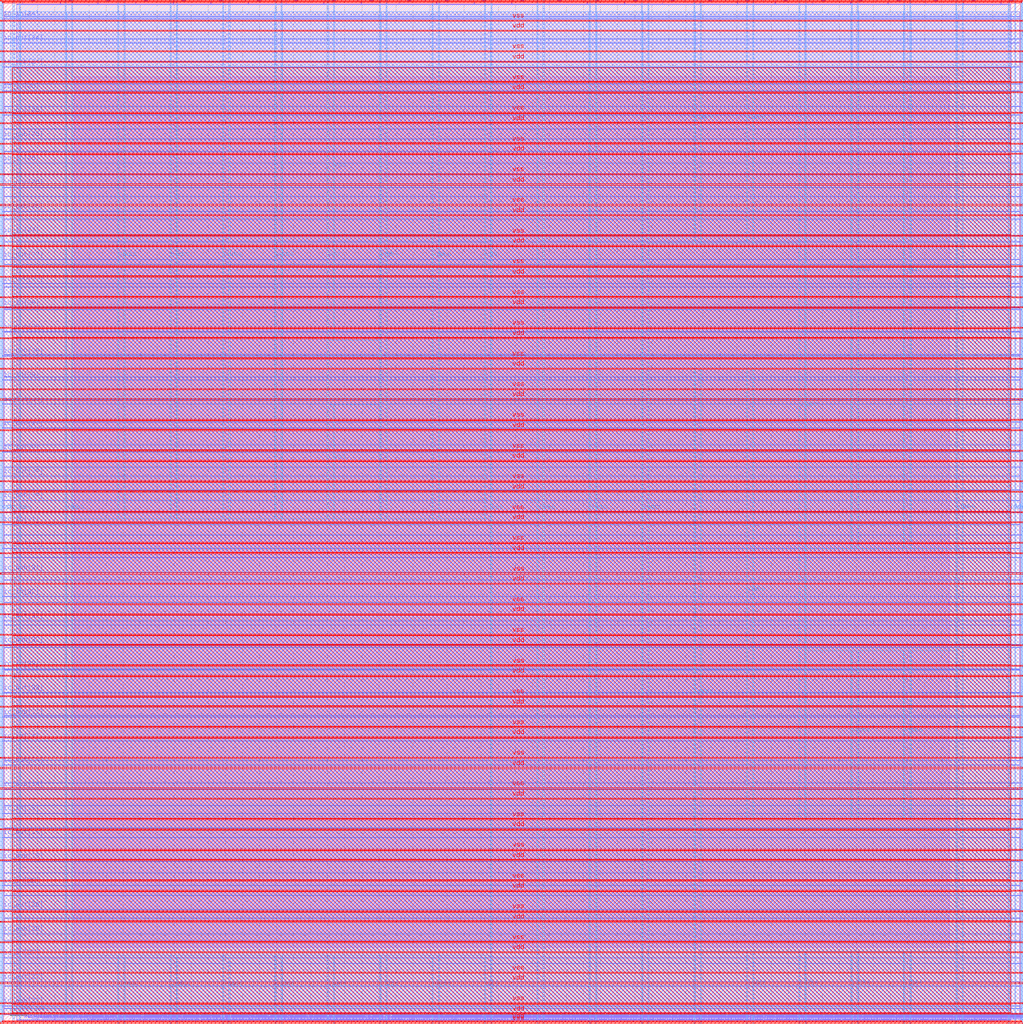
<source format=lef>
VERSION 5.7 ;
  NOWIREEXTENSIONATPIN ON ;
  DIVIDERCHAR "/" ;
  BUSBITCHARS "[]" ;
MACRO user_project_wrapper
  CLASS BLOCK ;
  FOREIGN user_project_wrapper ;
  ORIGIN 0.000 0.000 ;
  SIZE 2980.200 BY 2980.200 ;
  PIN io_in[0]
    DIRECTION INPUT ;
    USE SIGNAL ;
    PORT
      LAYER Metal3 ;
        RECT 2977.800 35.560 2985.000 36.680 ;
    END
  END io_in[0]
  PIN io_in[10]
    DIRECTION INPUT ;
    USE SIGNAL ;
    PORT
      LAYER Metal3 ;
        RECT 2977.800 2017.960 2985.000 2019.080 ;
    END
  END io_in[10]
  PIN io_in[11]
    DIRECTION INPUT ;
    USE SIGNAL ;
    PORT
      LAYER Metal3 ;
        RECT 2977.800 2216.200 2985.000 2217.320 ;
    END
  END io_in[11]
  PIN io_in[12]
    DIRECTION INPUT ;
    USE SIGNAL ;
    PORT
      LAYER Metal3 ;
        RECT 2977.800 2414.440 2985.000 2415.560 ;
    END
  END io_in[12]
  PIN io_in[13]
    DIRECTION INPUT ;
    USE SIGNAL ;
    PORT
      LAYER Metal3 ;
        RECT 2977.800 2612.680 2985.000 2613.800 ;
    END
  END io_in[13]
  PIN io_in[14]
    DIRECTION INPUT ;
    USE SIGNAL ;
    PORT
      LAYER Metal3 ;
        RECT 2977.800 2810.920 2985.000 2812.040 ;
    END
  END io_in[14]
  PIN io_in[15]
    DIRECTION INPUT ;
    USE SIGNAL ;
    PORT
      LAYER Metal2 ;
        RECT 2923.480 2977.800 2924.600 2985.000 ;
    END
  END io_in[15]
  PIN io_in[16]
    DIRECTION INPUT ;
    USE SIGNAL ;
    PORT
      LAYER Metal2 ;
        RECT 2592.520 2977.800 2593.640 2985.000 ;
    END
  END io_in[16]
  PIN io_in[17]
    DIRECTION INPUT ;
    USE SIGNAL ;
    PORT
      LAYER Metal2 ;
        RECT 2261.560 2977.800 2262.680 2985.000 ;
    END
  END io_in[17]
  PIN io_in[18]
    DIRECTION INPUT ;
    USE SIGNAL ;
    PORT
      LAYER Metal2 ;
        RECT 1930.600 2977.800 1931.720 2985.000 ;
    END
  END io_in[18]
  PIN io_in[19]
    DIRECTION INPUT ;
    USE SIGNAL ;
    PORT
      LAYER Metal2 ;
        RECT 1599.640 2977.800 1600.760 2985.000 ;
    END
  END io_in[19]
  PIN io_in[1]
    DIRECTION INPUT ;
    USE SIGNAL ;
    PORT
      LAYER Metal3 ;
        RECT 2977.800 233.800 2985.000 234.920 ;
    END
  END io_in[1]
  PIN io_in[20]
    DIRECTION INPUT ;
    USE SIGNAL ;
    PORT
      LAYER Metal2 ;
        RECT 1268.680 2977.800 1269.800 2985.000 ;
    END
  END io_in[20]
  PIN io_in[21]
    DIRECTION INPUT ;
    USE SIGNAL ;
    PORT
      LAYER Metal2 ;
        RECT 937.720 2977.800 938.840 2985.000 ;
    END
  END io_in[21]
  PIN io_in[22]
    DIRECTION INPUT ;
    USE SIGNAL ;
    PORT
      LAYER Metal2 ;
        RECT 606.760 2977.800 607.880 2985.000 ;
    END
  END io_in[22]
  PIN io_in[23]
    DIRECTION INPUT ;
    USE SIGNAL ;
    PORT
      LAYER Metal2 ;
        RECT 275.800 2977.800 276.920 2985.000 ;
    END
  END io_in[23]
  PIN io_in[24]
    DIRECTION INPUT ;
    USE SIGNAL ;
    PORT
      LAYER Metal3 ;
        RECT -4.800 2935.800 2.400 2936.920 ;
    END
  END io_in[24]
  PIN io_in[25]
    DIRECTION INPUT ;
    USE SIGNAL ;
    PORT
      LAYER Metal3 ;
        RECT -4.800 2724.120 2.400 2725.240 ;
    END
  END io_in[25]
  PIN io_in[26]
    DIRECTION INPUT ;
    USE SIGNAL ;
    PORT
      LAYER Metal3 ;
        RECT -4.800 2512.440 2.400 2513.560 ;
    END
  END io_in[26]
  PIN io_in[27]
    DIRECTION INPUT ;
    USE SIGNAL ;
    PORT
      LAYER Metal3 ;
        RECT -4.800 2300.760 2.400 2301.880 ;
    END
  END io_in[27]
  PIN io_in[28]
    DIRECTION INPUT ;
    USE SIGNAL ;
    PORT
      LAYER Metal3 ;
        RECT -4.800 2089.080 2.400 2090.200 ;
    END
  END io_in[28]
  PIN io_in[29]
    DIRECTION INPUT ;
    USE SIGNAL ;
    PORT
      LAYER Metal3 ;
        RECT -4.800 1877.400 2.400 1878.520 ;
    END
  END io_in[29]
  PIN io_in[2]
    DIRECTION INPUT ;
    USE SIGNAL ;
    PORT
      LAYER Metal3 ;
        RECT 2977.800 432.040 2985.000 433.160 ;
    END
  END io_in[2]
  PIN io_in[30]
    DIRECTION INPUT ;
    USE SIGNAL ;
    PORT
      LAYER Metal3 ;
        RECT -4.800 1665.720 2.400 1666.840 ;
    END
  END io_in[30]
  PIN io_in[31]
    DIRECTION INPUT ;
    USE SIGNAL ;
    PORT
      LAYER Metal3 ;
        RECT -4.800 1454.040 2.400 1455.160 ;
    END
  END io_in[31]
  PIN io_in[32]
    DIRECTION INPUT ;
    USE SIGNAL ;
    PORT
      LAYER Metal3 ;
        RECT -4.800 1242.360 2.400 1243.480 ;
    END
  END io_in[32]
  PIN io_in[33]
    DIRECTION INPUT ;
    USE SIGNAL ;
    PORT
      LAYER Metal3 ;
        RECT -4.800 1030.680 2.400 1031.800 ;
    END
  END io_in[33]
  PIN io_in[34]
    DIRECTION INPUT ;
    USE SIGNAL ;
    PORT
      LAYER Metal3 ;
        RECT -4.800 819.000 2.400 820.120 ;
    END
  END io_in[34]
  PIN io_in[35]
    DIRECTION INPUT ;
    USE SIGNAL ;
    PORT
      LAYER Metal3 ;
        RECT -4.800 607.320 2.400 608.440 ;
    END
  END io_in[35]
  PIN io_in[36]
    DIRECTION INPUT ;
    USE SIGNAL ;
    PORT
      LAYER Metal3 ;
        RECT -4.800 395.640 2.400 396.760 ;
    END
  END io_in[36]
  PIN io_in[37]
    DIRECTION INPUT ;
    USE SIGNAL ;
    PORT
      LAYER Metal3 ;
        RECT -4.800 183.960 2.400 185.080 ;
    END
  END io_in[37]
  PIN io_in[3]
    DIRECTION INPUT ;
    USE SIGNAL ;
    PORT
      LAYER Metal3 ;
        RECT 2977.800 630.280 2985.000 631.400 ;
    END
  END io_in[3]
  PIN io_in[4]
    DIRECTION INPUT ;
    USE SIGNAL ;
    PORT
      LAYER Metal3 ;
        RECT 2977.800 828.520 2985.000 829.640 ;
    END
  END io_in[4]
  PIN io_in[5]
    DIRECTION INPUT ;
    USE SIGNAL ;
    PORT
      LAYER Metal3 ;
        RECT 2977.800 1026.760 2985.000 1027.880 ;
    END
  END io_in[5]
  PIN io_in[6]
    DIRECTION INPUT ;
    USE SIGNAL ;
    PORT
      LAYER Metal3 ;
        RECT 2977.800 1225.000 2985.000 1226.120 ;
    END
  END io_in[6]
  PIN io_in[7]
    DIRECTION INPUT ;
    USE SIGNAL ;
    PORT
      LAYER Metal3 ;
        RECT 2977.800 1423.240 2985.000 1424.360 ;
    END
  END io_in[7]
  PIN io_in[8]
    DIRECTION INPUT ;
    USE SIGNAL ;
    PORT
      LAYER Metal3 ;
        RECT 2977.800 1621.480 2985.000 1622.600 ;
    END
  END io_in[8]
  PIN io_in[9]
    DIRECTION INPUT ;
    USE SIGNAL ;
    PORT
      LAYER Metal3 ;
        RECT 2977.800 1819.720 2985.000 1820.840 ;
    END
  END io_in[9]
  PIN io_oeb[0]
    DIRECTION OUTPUT TRISTATE ;
    USE SIGNAL ;
    PORT
      LAYER Metal3 ;
        RECT 2977.800 167.720 2985.000 168.840 ;
    END
  END io_oeb[0]
  PIN io_oeb[10]
    DIRECTION OUTPUT TRISTATE ;
    USE SIGNAL ;
    PORT
      LAYER Metal3 ;
        RECT 2977.800 2150.120 2985.000 2151.240 ;
    END
  END io_oeb[10]
  PIN io_oeb[11]
    DIRECTION OUTPUT TRISTATE ;
    USE SIGNAL ;
    PORT
      LAYER Metal3 ;
        RECT 2977.800 2348.360 2985.000 2349.480 ;
    END
  END io_oeb[11]
  PIN io_oeb[12]
    DIRECTION OUTPUT TRISTATE ;
    USE SIGNAL ;
    PORT
      LAYER Metal3 ;
        RECT 2977.800 2546.600 2985.000 2547.720 ;
    END
  END io_oeb[12]
  PIN io_oeb[13]
    DIRECTION OUTPUT TRISTATE ;
    USE SIGNAL ;
    PORT
      LAYER Metal3 ;
        RECT 2977.800 2744.840 2985.000 2745.960 ;
    END
  END io_oeb[13]
  PIN io_oeb[14]
    DIRECTION OUTPUT TRISTATE ;
    USE SIGNAL ;
    PORT
      LAYER Metal3 ;
        RECT 2977.800 2943.080 2985.000 2944.200 ;
    END
  END io_oeb[14]
  PIN io_oeb[15]
    DIRECTION OUTPUT TRISTATE ;
    USE SIGNAL ;
    PORT
      LAYER Metal2 ;
        RECT 2702.840 2977.800 2703.960 2985.000 ;
    END
  END io_oeb[15]
  PIN io_oeb[16]
    DIRECTION OUTPUT TRISTATE ;
    USE SIGNAL ;
    PORT
      LAYER Metal2 ;
        RECT 2371.880 2977.800 2373.000 2985.000 ;
    END
  END io_oeb[16]
  PIN io_oeb[17]
    DIRECTION OUTPUT TRISTATE ;
    USE SIGNAL ;
    PORT
      LAYER Metal2 ;
        RECT 2040.920 2977.800 2042.040 2985.000 ;
    END
  END io_oeb[17]
  PIN io_oeb[18]
    DIRECTION OUTPUT TRISTATE ;
    USE SIGNAL ;
    PORT
      LAYER Metal2 ;
        RECT 1709.960 2977.800 1711.080 2985.000 ;
    END
  END io_oeb[18]
  PIN io_oeb[19]
    DIRECTION OUTPUT TRISTATE ;
    USE SIGNAL ;
    PORT
      LAYER Metal2 ;
        RECT 1379.000 2977.800 1380.120 2985.000 ;
    END
  END io_oeb[19]
  PIN io_oeb[1]
    DIRECTION OUTPUT TRISTATE ;
    USE SIGNAL ;
    PORT
      LAYER Metal3 ;
        RECT 2977.800 365.960 2985.000 367.080 ;
    END
  END io_oeb[1]
  PIN io_oeb[20]
    DIRECTION OUTPUT TRISTATE ;
    USE SIGNAL ;
    PORT
      LAYER Metal2 ;
        RECT 1048.040 2977.800 1049.160 2985.000 ;
    END
  END io_oeb[20]
  PIN io_oeb[21]
    DIRECTION OUTPUT TRISTATE ;
    USE SIGNAL ;
    PORT
      LAYER Metal2 ;
        RECT 717.080 2977.800 718.200 2985.000 ;
    END
  END io_oeb[21]
  PIN io_oeb[22]
    DIRECTION OUTPUT TRISTATE ;
    USE SIGNAL ;
    PORT
      LAYER Metal2 ;
        RECT 386.120 2977.800 387.240 2985.000 ;
    END
  END io_oeb[22]
  PIN io_oeb[23]
    DIRECTION OUTPUT TRISTATE ;
    USE SIGNAL ;
    PORT
      LAYER Metal2 ;
        RECT 55.160 2977.800 56.280 2985.000 ;
    END
  END io_oeb[23]
  PIN io_oeb[24]
    DIRECTION OUTPUT TRISTATE ;
    USE SIGNAL ;
    PORT
      LAYER Metal3 ;
        RECT -4.800 2794.680 2.400 2795.800 ;
    END
  END io_oeb[24]
  PIN io_oeb[25]
    DIRECTION OUTPUT TRISTATE ;
    USE SIGNAL ;
    PORT
      LAYER Metal3 ;
        RECT -4.800 2583.000 2.400 2584.120 ;
    END
  END io_oeb[25]
  PIN io_oeb[26]
    DIRECTION OUTPUT TRISTATE ;
    USE SIGNAL ;
    PORT
      LAYER Metal3 ;
        RECT -4.800 2371.320 2.400 2372.440 ;
    END
  END io_oeb[26]
  PIN io_oeb[27]
    DIRECTION OUTPUT TRISTATE ;
    USE SIGNAL ;
    PORT
      LAYER Metal3 ;
        RECT -4.800 2159.640 2.400 2160.760 ;
    END
  END io_oeb[27]
  PIN io_oeb[28]
    DIRECTION OUTPUT TRISTATE ;
    USE SIGNAL ;
    PORT
      LAYER Metal3 ;
        RECT -4.800 1947.960 2.400 1949.080 ;
    END
  END io_oeb[28]
  PIN io_oeb[29]
    DIRECTION OUTPUT TRISTATE ;
    USE SIGNAL ;
    PORT
      LAYER Metal3 ;
        RECT -4.800 1736.280 2.400 1737.400 ;
    END
  END io_oeb[29]
  PIN io_oeb[2]
    DIRECTION OUTPUT TRISTATE ;
    USE SIGNAL ;
    PORT
      LAYER Metal3 ;
        RECT 2977.800 564.200 2985.000 565.320 ;
    END
  END io_oeb[2]
  PIN io_oeb[30]
    DIRECTION OUTPUT TRISTATE ;
    USE SIGNAL ;
    PORT
      LAYER Metal3 ;
        RECT -4.800 1524.600 2.400 1525.720 ;
    END
  END io_oeb[30]
  PIN io_oeb[31]
    DIRECTION OUTPUT TRISTATE ;
    USE SIGNAL ;
    PORT
      LAYER Metal3 ;
        RECT -4.800 1312.920 2.400 1314.040 ;
    END
  END io_oeb[31]
  PIN io_oeb[32]
    DIRECTION OUTPUT TRISTATE ;
    USE SIGNAL ;
    PORT
      LAYER Metal3 ;
        RECT -4.800 1101.240 2.400 1102.360 ;
    END
  END io_oeb[32]
  PIN io_oeb[33]
    DIRECTION OUTPUT TRISTATE ;
    USE SIGNAL ;
    PORT
      LAYER Metal3 ;
        RECT -4.800 889.560 2.400 890.680 ;
    END
  END io_oeb[33]
  PIN io_oeb[34]
    DIRECTION OUTPUT TRISTATE ;
    USE SIGNAL ;
    PORT
      LAYER Metal3 ;
        RECT -4.800 677.880 2.400 679.000 ;
    END
  END io_oeb[34]
  PIN io_oeb[35]
    DIRECTION OUTPUT TRISTATE ;
    USE SIGNAL ;
    PORT
      LAYER Metal3 ;
        RECT -4.800 466.200 2.400 467.320 ;
    END
  END io_oeb[35]
  PIN io_oeb[36]
    DIRECTION OUTPUT TRISTATE ;
    USE SIGNAL ;
    PORT
      LAYER Metal3 ;
        RECT -4.800 254.520 2.400 255.640 ;
    END
  END io_oeb[36]
  PIN io_oeb[37]
    DIRECTION OUTPUT TRISTATE ;
    USE SIGNAL ;
    PORT
      LAYER Metal3 ;
        RECT -4.800 42.840 2.400 43.960 ;
    END
  END io_oeb[37]
  PIN io_oeb[3]
    DIRECTION OUTPUT TRISTATE ;
    USE SIGNAL ;
    PORT
      LAYER Metal3 ;
        RECT 2977.800 762.440 2985.000 763.560 ;
    END
  END io_oeb[3]
  PIN io_oeb[4]
    DIRECTION OUTPUT TRISTATE ;
    USE SIGNAL ;
    PORT
      LAYER Metal3 ;
        RECT 2977.800 960.680 2985.000 961.800 ;
    END
  END io_oeb[4]
  PIN io_oeb[5]
    DIRECTION OUTPUT TRISTATE ;
    USE SIGNAL ;
    PORT
      LAYER Metal3 ;
        RECT 2977.800 1158.920 2985.000 1160.040 ;
    END
  END io_oeb[5]
  PIN io_oeb[6]
    DIRECTION OUTPUT TRISTATE ;
    USE SIGNAL ;
    PORT
      LAYER Metal3 ;
        RECT 2977.800 1357.160 2985.000 1358.280 ;
    END
  END io_oeb[6]
  PIN io_oeb[7]
    DIRECTION OUTPUT TRISTATE ;
    USE SIGNAL ;
    PORT
      LAYER Metal3 ;
        RECT 2977.800 1555.400 2985.000 1556.520 ;
    END
  END io_oeb[7]
  PIN io_oeb[8]
    DIRECTION OUTPUT TRISTATE ;
    USE SIGNAL ;
    PORT
      LAYER Metal3 ;
        RECT 2977.800 1753.640 2985.000 1754.760 ;
    END
  END io_oeb[8]
  PIN io_oeb[9]
    DIRECTION OUTPUT TRISTATE ;
    USE SIGNAL ;
    PORT
      LAYER Metal3 ;
        RECT 2977.800 1951.880 2985.000 1953.000 ;
    END
  END io_oeb[9]
  PIN io_out[0]
    DIRECTION OUTPUT TRISTATE ;
    USE SIGNAL ;
    PORT
      LAYER Metal3 ;
        RECT 2977.800 101.640 2985.000 102.760 ;
    END
  END io_out[0]
  PIN io_out[10]
    DIRECTION OUTPUT TRISTATE ;
    USE SIGNAL ;
    PORT
      LAYER Metal3 ;
        RECT 2977.800 2084.040 2985.000 2085.160 ;
    END
  END io_out[10]
  PIN io_out[11]
    DIRECTION OUTPUT TRISTATE ;
    USE SIGNAL ;
    PORT
      LAYER Metal3 ;
        RECT 2977.800 2282.280 2985.000 2283.400 ;
    END
  END io_out[11]
  PIN io_out[12]
    DIRECTION OUTPUT TRISTATE ;
    USE SIGNAL ;
    PORT
      LAYER Metal3 ;
        RECT 2977.800 2480.520 2985.000 2481.640 ;
    END
  END io_out[12]
  PIN io_out[13]
    DIRECTION OUTPUT TRISTATE ;
    USE SIGNAL ;
    PORT
      LAYER Metal3 ;
        RECT 2977.800 2678.760 2985.000 2679.880 ;
    END
  END io_out[13]
  PIN io_out[14]
    DIRECTION OUTPUT TRISTATE ;
    USE SIGNAL ;
    PORT
      LAYER Metal3 ;
        RECT 2977.800 2877.000 2985.000 2878.120 ;
    END
  END io_out[14]
  PIN io_out[15]
    DIRECTION OUTPUT TRISTATE ;
    USE SIGNAL ;
    PORT
      LAYER Metal2 ;
        RECT 2813.160 2977.800 2814.280 2985.000 ;
    END
  END io_out[15]
  PIN io_out[16]
    DIRECTION OUTPUT TRISTATE ;
    USE SIGNAL ;
    PORT
      LAYER Metal2 ;
        RECT 2482.200 2977.800 2483.320 2985.000 ;
    END
  END io_out[16]
  PIN io_out[17]
    DIRECTION OUTPUT TRISTATE ;
    USE SIGNAL ;
    PORT
      LAYER Metal2 ;
        RECT 2151.240 2977.800 2152.360 2985.000 ;
    END
  END io_out[17]
  PIN io_out[18]
    DIRECTION OUTPUT TRISTATE ;
    USE SIGNAL ;
    PORT
      LAYER Metal2 ;
        RECT 1820.280 2977.800 1821.400 2985.000 ;
    END
  END io_out[18]
  PIN io_out[19]
    DIRECTION OUTPUT TRISTATE ;
    USE SIGNAL ;
    PORT
      LAYER Metal2 ;
        RECT 1489.320 2977.800 1490.440 2985.000 ;
    END
  END io_out[19]
  PIN io_out[1]
    DIRECTION OUTPUT TRISTATE ;
    USE SIGNAL ;
    PORT
      LAYER Metal3 ;
        RECT 2977.800 299.880 2985.000 301.000 ;
    END
  END io_out[1]
  PIN io_out[20]
    DIRECTION OUTPUT TRISTATE ;
    USE SIGNAL ;
    PORT
      LAYER Metal2 ;
        RECT 1158.360 2977.800 1159.480 2985.000 ;
    END
  END io_out[20]
  PIN io_out[21]
    DIRECTION OUTPUT TRISTATE ;
    USE SIGNAL ;
    PORT
      LAYER Metal2 ;
        RECT 827.400 2977.800 828.520 2985.000 ;
    END
  END io_out[21]
  PIN io_out[22]
    DIRECTION OUTPUT TRISTATE ;
    USE SIGNAL ;
    PORT
      LAYER Metal2 ;
        RECT 496.440 2977.800 497.560 2985.000 ;
    END
  END io_out[22]
  PIN io_out[23]
    DIRECTION OUTPUT TRISTATE ;
    USE SIGNAL ;
    PORT
      LAYER Metal2 ;
        RECT 165.480 2977.800 166.600 2985.000 ;
    END
  END io_out[23]
  PIN io_out[24]
    DIRECTION OUTPUT TRISTATE ;
    USE SIGNAL ;
    PORT
      LAYER Metal3 ;
        RECT -4.800 2865.240 2.400 2866.360 ;
    END
  END io_out[24]
  PIN io_out[25]
    DIRECTION OUTPUT TRISTATE ;
    USE SIGNAL ;
    PORT
      LAYER Metal3 ;
        RECT -4.800 2653.560 2.400 2654.680 ;
    END
  END io_out[25]
  PIN io_out[26]
    DIRECTION OUTPUT TRISTATE ;
    USE SIGNAL ;
    PORT
      LAYER Metal3 ;
        RECT -4.800 2441.880 2.400 2443.000 ;
    END
  END io_out[26]
  PIN io_out[27]
    DIRECTION OUTPUT TRISTATE ;
    USE SIGNAL ;
    PORT
      LAYER Metal3 ;
        RECT -4.800 2230.200 2.400 2231.320 ;
    END
  END io_out[27]
  PIN io_out[28]
    DIRECTION OUTPUT TRISTATE ;
    USE SIGNAL ;
    PORT
      LAYER Metal3 ;
        RECT -4.800 2018.520 2.400 2019.640 ;
    END
  END io_out[28]
  PIN io_out[29]
    DIRECTION OUTPUT TRISTATE ;
    USE SIGNAL ;
    PORT
      LAYER Metal3 ;
        RECT -4.800 1806.840 2.400 1807.960 ;
    END
  END io_out[29]
  PIN io_out[2]
    DIRECTION OUTPUT TRISTATE ;
    USE SIGNAL ;
    PORT
      LAYER Metal3 ;
        RECT 2977.800 498.120 2985.000 499.240 ;
    END
  END io_out[2]
  PIN io_out[30]
    DIRECTION OUTPUT TRISTATE ;
    USE SIGNAL ;
    PORT
      LAYER Metal3 ;
        RECT -4.800 1595.160 2.400 1596.280 ;
    END
  END io_out[30]
  PIN io_out[31]
    DIRECTION OUTPUT TRISTATE ;
    USE SIGNAL ;
    PORT
      LAYER Metal3 ;
        RECT -4.800 1383.480 2.400 1384.600 ;
    END
  END io_out[31]
  PIN io_out[32]
    DIRECTION OUTPUT TRISTATE ;
    USE SIGNAL ;
    PORT
      LAYER Metal3 ;
        RECT -4.800 1171.800 2.400 1172.920 ;
    END
  END io_out[32]
  PIN io_out[33]
    DIRECTION OUTPUT TRISTATE ;
    USE SIGNAL ;
    PORT
      LAYER Metal3 ;
        RECT -4.800 960.120 2.400 961.240 ;
    END
  END io_out[33]
  PIN io_out[34]
    DIRECTION OUTPUT TRISTATE ;
    USE SIGNAL ;
    PORT
      LAYER Metal3 ;
        RECT -4.800 748.440 2.400 749.560 ;
    END
  END io_out[34]
  PIN io_out[35]
    DIRECTION OUTPUT TRISTATE ;
    USE SIGNAL ;
    PORT
      LAYER Metal3 ;
        RECT -4.800 536.760 2.400 537.880 ;
    END
  END io_out[35]
  PIN io_out[36]
    DIRECTION OUTPUT TRISTATE ;
    USE SIGNAL ;
    PORT
      LAYER Metal3 ;
        RECT -4.800 325.080 2.400 326.200 ;
    END
  END io_out[36]
  PIN io_out[37]
    DIRECTION OUTPUT TRISTATE ;
    USE SIGNAL ;
    PORT
      LAYER Metal3 ;
        RECT -4.800 113.400 2.400 114.520 ;
    END
  END io_out[37]
  PIN io_out[3]
    DIRECTION OUTPUT TRISTATE ;
    USE SIGNAL ;
    PORT
      LAYER Metal3 ;
        RECT 2977.800 696.360 2985.000 697.480 ;
    END
  END io_out[3]
  PIN io_out[4]
    DIRECTION OUTPUT TRISTATE ;
    USE SIGNAL ;
    PORT
      LAYER Metal3 ;
        RECT 2977.800 894.600 2985.000 895.720 ;
    END
  END io_out[4]
  PIN io_out[5]
    DIRECTION OUTPUT TRISTATE ;
    USE SIGNAL ;
    PORT
      LAYER Metal3 ;
        RECT 2977.800 1092.840 2985.000 1093.960 ;
    END
  END io_out[5]
  PIN io_out[6]
    DIRECTION OUTPUT TRISTATE ;
    USE SIGNAL ;
    PORT
      LAYER Metal3 ;
        RECT 2977.800 1291.080 2985.000 1292.200 ;
    END
  END io_out[6]
  PIN io_out[7]
    DIRECTION OUTPUT TRISTATE ;
    USE SIGNAL ;
    PORT
      LAYER Metal3 ;
        RECT 2977.800 1489.320 2985.000 1490.440 ;
    END
  END io_out[7]
  PIN io_out[8]
    DIRECTION OUTPUT TRISTATE ;
    USE SIGNAL ;
    PORT
      LAYER Metal3 ;
        RECT 2977.800 1687.560 2985.000 1688.680 ;
    END
  END io_out[8]
  PIN io_out[9]
    DIRECTION OUTPUT TRISTATE ;
    USE SIGNAL ;
    PORT
      LAYER Metal3 ;
        RECT 2977.800 1885.800 2985.000 1886.920 ;
    END
  END io_out[9]
  PIN la_data_in[0]
    DIRECTION INPUT ;
    USE SIGNAL ;
    PORT
      LAYER Metal2 ;
        RECT 1065.960 -4.800 1067.080 2.400 ;
    END
  END la_data_in[0]
  PIN la_data_in[10]
    DIRECTION INPUT ;
    USE SIGNAL ;
    PORT
      LAYER Metal2 ;
        RECT 1351.560 -4.800 1352.680 2.400 ;
    END
  END la_data_in[10]
  PIN la_data_in[11]
    DIRECTION INPUT ;
    USE SIGNAL ;
    PORT
      LAYER Metal2 ;
        RECT 1380.120 -4.800 1381.240 2.400 ;
    END
  END la_data_in[11]
  PIN la_data_in[12]
    DIRECTION INPUT ;
    USE SIGNAL ;
    PORT
      LAYER Metal2 ;
        RECT 1408.680 -4.800 1409.800 2.400 ;
    END
  END la_data_in[12]
  PIN la_data_in[13]
    DIRECTION INPUT ;
    USE SIGNAL ;
    PORT
      LAYER Metal2 ;
        RECT 1437.240 -4.800 1438.360 2.400 ;
    END
  END la_data_in[13]
  PIN la_data_in[14]
    DIRECTION INPUT ;
    USE SIGNAL ;
    PORT
      LAYER Metal2 ;
        RECT 1465.800 -4.800 1466.920 2.400 ;
    END
  END la_data_in[14]
  PIN la_data_in[15]
    DIRECTION INPUT ;
    USE SIGNAL ;
    PORT
      LAYER Metal2 ;
        RECT 1494.360 -4.800 1495.480 2.400 ;
    END
  END la_data_in[15]
  PIN la_data_in[16]
    DIRECTION INPUT ;
    USE SIGNAL ;
    PORT
      LAYER Metal2 ;
        RECT 1522.920 -4.800 1524.040 2.400 ;
    END
  END la_data_in[16]
  PIN la_data_in[17]
    DIRECTION INPUT ;
    USE SIGNAL ;
    PORT
      LAYER Metal2 ;
        RECT 1551.480 -4.800 1552.600 2.400 ;
    END
  END la_data_in[17]
  PIN la_data_in[18]
    DIRECTION INPUT ;
    USE SIGNAL ;
    PORT
      LAYER Metal2 ;
        RECT 1580.040 -4.800 1581.160 2.400 ;
    END
  END la_data_in[18]
  PIN la_data_in[19]
    DIRECTION INPUT ;
    USE SIGNAL ;
    PORT
      LAYER Metal2 ;
        RECT 1608.600 -4.800 1609.720 2.400 ;
    END
  END la_data_in[19]
  PIN la_data_in[1]
    DIRECTION INPUT ;
    USE SIGNAL ;
    PORT
      LAYER Metal2 ;
        RECT 1094.520 -4.800 1095.640 2.400 ;
    END
  END la_data_in[1]
  PIN la_data_in[20]
    DIRECTION INPUT ;
    USE SIGNAL ;
    PORT
      LAYER Metal2 ;
        RECT 1637.160 -4.800 1638.280 2.400 ;
    END
  END la_data_in[20]
  PIN la_data_in[21]
    DIRECTION INPUT ;
    USE SIGNAL ;
    PORT
      LAYER Metal2 ;
        RECT 1665.720 -4.800 1666.840 2.400 ;
    END
  END la_data_in[21]
  PIN la_data_in[22]
    DIRECTION INPUT ;
    USE SIGNAL ;
    PORT
      LAYER Metal2 ;
        RECT 1694.280 -4.800 1695.400 2.400 ;
    END
  END la_data_in[22]
  PIN la_data_in[23]
    DIRECTION INPUT ;
    USE SIGNAL ;
    PORT
      LAYER Metal2 ;
        RECT 1722.840 -4.800 1723.960 2.400 ;
    END
  END la_data_in[23]
  PIN la_data_in[24]
    DIRECTION INPUT ;
    USE SIGNAL ;
    PORT
      LAYER Metal2 ;
        RECT 1751.400 -4.800 1752.520 2.400 ;
    END
  END la_data_in[24]
  PIN la_data_in[25]
    DIRECTION INPUT ;
    USE SIGNAL ;
    PORT
      LAYER Metal2 ;
        RECT 1779.960 -4.800 1781.080 2.400 ;
    END
  END la_data_in[25]
  PIN la_data_in[26]
    DIRECTION INPUT ;
    USE SIGNAL ;
    PORT
      LAYER Metal2 ;
        RECT 1808.520 -4.800 1809.640 2.400 ;
    END
  END la_data_in[26]
  PIN la_data_in[27]
    DIRECTION INPUT ;
    USE SIGNAL ;
    PORT
      LAYER Metal2 ;
        RECT 1837.080 -4.800 1838.200 2.400 ;
    END
  END la_data_in[27]
  PIN la_data_in[28]
    DIRECTION INPUT ;
    USE SIGNAL ;
    PORT
      LAYER Metal2 ;
        RECT 1865.640 -4.800 1866.760 2.400 ;
    END
  END la_data_in[28]
  PIN la_data_in[29]
    DIRECTION INPUT ;
    USE SIGNAL ;
    PORT
      LAYER Metal2 ;
        RECT 1894.200 -4.800 1895.320 2.400 ;
    END
  END la_data_in[29]
  PIN la_data_in[2]
    DIRECTION INPUT ;
    USE SIGNAL ;
    PORT
      LAYER Metal2 ;
        RECT 1123.080 -4.800 1124.200 2.400 ;
    END
  END la_data_in[2]
  PIN la_data_in[30]
    DIRECTION INPUT ;
    USE SIGNAL ;
    PORT
      LAYER Metal2 ;
        RECT 1922.760 -4.800 1923.880 2.400 ;
    END
  END la_data_in[30]
  PIN la_data_in[31]
    DIRECTION INPUT ;
    USE SIGNAL ;
    PORT
      LAYER Metal2 ;
        RECT 1951.320 -4.800 1952.440 2.400 ;
    END
  END la_data_in[31]
  PIN la_data_in[32]
    DIRECTION INPUT ;
    USE SIGNAL ;
    PORT
      LAYER Metal2 ;
        RECT 1979.880 -4.800 1981.000 2.400 ;
    END
  END la_data_in[32]
  PIN la_data_in[33]
    DIRECTION INPUT ;
    USE SIGNAL ;
    PORT
      LAYER Metal2 ;
        RECT 2008.440 -4.800 2009.560 2.400 ;
    END
  END la_data_in[33]
  PIN la_data_in[34]
    DIRECTION INPUT ;
    USE SIGNAL ;
    PORT
      LAYER Metal2 ;
        RECT 2037.000 -4.800 2038.120 2.400 ;
    END
  END la_data_in[34]
  PIN la_data_in[35]
    DIRECTION INPUT ;
    USE SIGNAL ;
    PORT
      LAYER Metal2 ;
        RECT 2065.560 -4.800 2066.680 2.400 ;
    END
  END la_data_in[35]
  PIN la_data_in[36]
    DIRECTION INPUT ;
    USE SIGNAL ;
    PORT
      LAYER Metal2 ;
        RECT 2094.120 -4.800 2095.240 2.400 ;
    END
  END la_data_in[36]
  PIN la_data_in[37]
    DIRECTION INPUT ;
    USE SIGNAL ;
    PORT
      LAYER Metal2 ;
        RECT 2122.680 -4.800 2123.800 2.400 ;
    END
  END la_data_in[37]
  PIN la_data_in[38]
    DIRECTION INPUT ;
    USE SIGNAL ;
    PORT
      LAYER Metal2 ;
        RECT 2151.240 -4.800 2152.360 2.400 ;
    END
  END la_data_in[38]
  PIN la_data_in[39]
    DIRECTION INPUT ;
    USE SIGNAL ;
    PORT
      LAYER Metal2 ;
        RECT 2179.800 -4.800 2180.920 2.400 ;
    END
  END la_data_in[39]
  PIN la_data_in[3]
    DIRECTION INPUT ;
    USE SIGNAL ;
    PORT
      LAYER Metal2 ;
        RECT 1151.640 -4.800 1152.760 2.400 ;
    END
  END la_data_in[3]
  PIN la_data_in[40]
    DIRECTION INPUT ;
    USE SIGNAL ;
    PORT
      LAYER Metal2 ;
        RECT 2208.360 -4.800 2209.480 2.400 ;
    END
  END la_data_in[40]
  PIN la_data_in[41]
    DIRECTION INPUT ;
    USE SIGNAL ;
    PORT
      LAYER Metal2 ;
        RECT 2236.920 -4.800 2238.040 2.400 ;
    END
  END la_data_in[41]
  PIN la_data_in[42]
    DIRECTION INPUT ;
    USE SIGNAL ;
    PORT
      LAYER Metal2 ;
        RECT 2265.480 -4.800 2266.600 2.400 ;
    END
  END la_data_in[42]
  PIN la_data_in[43]
    DIRECTION INPUT ;
    USE SIGNAL ;
    PORT
      LAYER Metal2 ;
        RECT 2294.040 -4.800 2295.160 2.400 ;
    END
  END la_data_in[43]
  PIN la_data_in[44]
    DIRECTION INPUT ;
    USE SIGNAL ;
    PORT
      LAYER Metal2 ;
        RECT 2322.600 -4.800 2323.720 2.400 ;
    END
  END la_data_in[44]
  PIN la_data_in[45]
    DIRECTION INPUT ;
    USE SIGNAL ;
    PORT
      LAYER Metal2 ;
        RECT 2351.160 -4.800 2352.280 2.400 ;
    END
  END la_data_in[45]
  PIN la_data_in[46]
    DIRECTION INPUT ;
    USE SIGNAL ;
    PORT
      LAYER Metal2 ;
        RECT 2379.720 -4.800 2380.840 2.400 ;
    END
  END la_data_in[46]
  PIN la_data_in[47]
    DIRECTION INPUT ;
    USE SIGNAL ;
    PORT
      LAYER Metal2 ;
        RECT 2408.280 -4.800 2409.400 2.400 ;
    END
  END la_data_in[47]
  PIN la_data_in[48]
    DIRECTION INPUT ;
    USE SIGNAL ;
    PORT
      LAYER Metal2 ;
        RECT 2436.840 -4.800 2437.960 2.400 ;
    END
  END la_data_in[48]
  PIN la_data_in[49]
    DIRECTION INPUT ;
    USE SIGNAL ;
    PORT
      LAYER Metal2 ;
        RECT 2465.400 -4.800 2466.520 2.400 ;
    END
  END la_data_in[49]
  PIN la_data_in[4]
    DIRECTION INPUT ;
    USE SIGNAL ;
    PORT
      LAYER Metal2 ;
        RECT 1180.200 -4.800 1181.320 2.400 ;
    END
  END la_data_in[4]
  PIN la_data_in[50]
    DIRECTION INPUT ;
    USE SIGNAL ;
    PORT
      LAYER Metal2 ;
        RECT 2493.960 -4.800 2495.080 2.400 ;
    END
  END la_data_in[50]
  PIN la_data_in[51]
    DIRECTION INPUT ;
    USE SIGNAL ;
    PORT
      LAYER Metal2 ;
        RECT 2522.520 -4.800 2523.640 2.400 ;
    END
  END la_data_in[51]
  PIN la_data_in[52]
    DIRECTION INPUT ;
    USE SIGNAL ;
    PORT
      LAYER Metal2 ;
        RECT 2551.080 -4.800 2552.200 2.400 ;
    END
  END la_data_in[52]
  PIN la_data_in[53]
    DIRECTION INPUT ;
    USE SIGNAL ;
    PORT
      LAYER Metal2 ;
        RECT 2579.640 -4.800 2580.760 2.400 ;
    END
  END la_data_in[53]
  PIN la_data_in[54]
    DIRECTION INPUT ;
    USE SIGNAL ;
    PORT
      LAYER Metal2 ;
        RECT 2608.200 -4.800 2609.320 2.400 ;
    END
  END la_data_in[54]
  PIN la_data_in[55]
    DIRECTION INPUT ;
    USE SIGNAL ;
    PORT
      LAYER Metal2 ;
        RECT 2636.760 -4.800 2637.880 2.400 ;
    END
  END la_data_in[55]
  PIN la_data_in[56]
    DIRECTION INPUT ;
    USE SIGNAL ;
    PORT
      LAYER Metal2 ;
        RECT 2665.320 -4.800 2666.440 2.400 ;
    END
  END la_data_in[56]
  PIN la_data_in[57]
    DIRECTION INPUT ;
    USE SIGNAL ;
    PORT
      LAYER Metal2 ;
        RECT 2693.880 -4.800 2695.000 2.400 ;
    END
  END la_data_in[57]
  PIN la_data_in[58]
    DIRECTION INPUT ;
    USE SIGNAL ;
    PORT
      LAYER Metal2 ;
        RECT 2722.440 -4.800 2723.560 2.400 ;
    END
  END la_data_in[58]
  PIN la_data_in[59]
    DIRECTION INPUT ;
    USE SIGNAL ;
    PORT
      LAYER Metal2 ;
        RECT 2751.000 -4.800 2752.120 2.400 ;
    END
  END la_data_in[59]
  PIN la_data_in[5]
    DIRECTION INPUT ;
    USE SIGNAL ;
    PORT
      LAYER Metal2 ;
        RECT 1208.760 -4.800 1209.880 2.400 ;
    END
  END la_data_in[5]
  PIN la_data_in[60]
    DIRECTION INPUT ;
    USE SIGNAL ;
    PORT
      LAYER Metal2 ;
        RECT 2779.560 -4.800 2780.680 2.400 ;
    END
  END la_data_in[60]
  PIN la_data_in[61]
    DIRECTION INPUT ;
    USE SIGNAL ;
    PORT
      LAYER Metal2 ;
        RECT 2808.120 -4.800 2809.240 2.400 ;
    END
  END la_data_in[61]
  PIN la_data_in[62]
    DIRECTION INPUT ;
    USE SIGNAL ;
    PORT
      LAYER Metal2 ;
        RECT 2836.680 -4.800 2837.800 2.400 ;
    END
  END la_data_in[62]
  PIN la_data_in[63]
    DIRECTION INPUT ;
    USE SIGNAL ;
    PORT
      LAYER Metal2 ;
        RECT 2865.240 -4.800 2866.360 2.400 ;
    END
  END la_data_in[63]
  PIN la_data_in[6]
    DIRECTION INPUT ;
    USE SIGNAL ;
    PORT
      LAYER Metal2 ;
        RECT 1237.320 -4.800 1238.440 2.400 ;
    END
  END la_data_in[6]
  PIN la_data_in[7]
    DIRECTION INPUT ;
    USE SIGNAL ;
    PORT
      LAYER Metal2 ;
        RECT 1265.880 -4.800 1267.000 2.400 ;
    END
  END la_data_in[7]
  PIN la_data_in[8]
    DIRECTION INPUT ;
    USE SIGNAL ;
    PORT
      LAYER Metal2 ;
        RECT 1294.440 -4.800 1295.560 2.400 ;
    END
  END la_data_in[8]
  PIN la_data_in[9]
    DIRECTION INPUT ;
    USE SIGNAL ;
    PORT
      LAYER Metal2 ;
        RECT 1323.000 -4.800 1324.120 2.400 ;
    END
  END la_data_in[9]
  PIN la_data_out[0]
    DIRECTION OUTPUT TRISTATE ;
    USE SIGNAL ;
    PORT
      LAYER Metal2 ;
        RECT 1075.480 -4.800 1076.600 2.400 ;
    END
  END la_data_out[0]
  PIN la_data_out[10]
    DIRECTION OUTPUT TRISTATE ;
    USE SIGNAL ;
    PORT
      LAYER Metal2 ;
        RECT 1361.080 -4.800 1362.200 2.400 ;
    END
  END la_data_out[10]
  PIN la_data_out[11]
    DIRECTION OUTPUT TRISTATE ;
    USE SIGNAL ;
    PORT
      LAYER Metal2 ;
        RECT 1389.640 -4.800 1390.760 2.400 ;
    END
  END la_data_out[11]
  PIN la_data_out[12]
    DIRECTION OUTPUT TRISTATE ;
    USE SIGNAL ;
    PORT
      LAYER Metal2 ;
        RECT 1418.200 -4.800 1419.320 2.400 ;
    END
  END la_data_out[12]
  PIN la_data_out[13]
    DIRECTION OUTPUT TRISTATE ;
    USE SIGNAL ;
    PORT
      LAYER Metal2 ;
        RECT 1446.760 -4.800 1447.880 2.400 ;
    END
  END la_data_out[13]
  PIN la_data_out[14]
    DIRECTION OUTPUT TRISTATE ;
    USE SIGNAL ;
    PORT
      LAYER Metal2 ;
        RECT 1475.320 -4.800 1476.440 2.400 ;
    END
  END la_data_out[14]
  PIN la_data_out[15]
    DIRECTION OUTPUT TRISTATE ;
    USE SIGNAL ;
    PORT
      LAYER Metal2 ;
        RECT 1503.880 -4.800 1505.000 2.400 ;
    END
  END la_data_out[15]
  PIN la_data_out[16]
    DIRECTION OUTPUT TRISTATE ;
    USE SIGNAL ;
    PORT
      LAYER Metal2 ;
        RECT 1532.440 -4.800 1533.560 2.400 ;
    END
  END la_data_out[16]
  PIN la_data_out[17]
    DIRECTION OUTPUT TRISTATE ;
    USE SIGNAL ;
    PORT
      LAYER Metal2 ;
        RECT 1561.000 -4.800 1562.120 2.400 ;
    END
  END la_data_out[17]
  PIN la_data_out[18]
    DIRECTION OUTPUT TRISTATE ;
    USE SIGNAL ;
    PORT
      LAYER Metal2 ;
        RECT 1589.560 -4.800 1590.680 2.400 ;
    END
  END la_data_out[18]
  PIN la_data_out[19]
    DIRECTION OUTPUT TRISTATE ;
    USE SIGNAL ;
    PORT
      LAYER Metal2 ;
        RECT 1618.120 -4.800 1619.240 2.400 ;
    END
  END la_data_out[19]
  PIN la_data_out[1]
    DIRECTION OUTPUT TRISTATE ;
    USE SIGNAL ;
    PORT
      LAYER Metal2 ;
        RECT 1104.040 -4.800 1105.160 2.400 ;
    END
  END la_data_out[1]
  PIN la_data_out[20]
    DIRECTION OUTPUT TRISTATE ;
    USE SIGNAL ;
    PORT
      LAYER Metal2 ;
        RECT 1646.680 -4.800 1647.800 2.400 ;
    END
  END la_data_out[20]
  PIN la_data_out[21]
    DIRECTION OUTPUT TRISTATE ;
    USE SIGNAL ;
    PORT
      LAYER Metal2 ;
        RECT 1675.240 -4.800 1676.360 2.400 ;
    END
  END la_data_out[21]
  PIN la_data_out[22]
    DIRECTION OUTPUT TRISTATE ;
    USE SIGNAL ;
    PORT
      LAYER Metal2 ;
        RECT 1703.800 -4.800 1704.920 2.400 ;
    END
  END la_data_out[22]
  PIN la_data_out[23]
    DIRECTION OUTPUT TRISTATE ;
    USE SIGNAL ;
    PORT
      LAYER Metal2 ;
        RECT 1732.360 -4.800 1733.480 2.400 ;
    END
  END la_data_out[23]
  PIN la_data_out[24]
    DIRECTION OUTPUT TRISTATE ;
    USE SIGNAL ;
    PORT
      LAYER Metal2 ;
        RECT 1760.920 -4.800 1762.040 2.400 ;
    END
  END la_data_out[24]
  PIN la_data_out[25]
    DIRECTION OUTPUT TRISTATE ;
    USE SIGNAL ;
    PORT
      LAYER Metal2 ;
        RECT 1789.480 -4.800 1790.600 2.400 ;
    END
  END la_data_out[25]
  PIN la_data_out[26]
    DIRECTION OUTPUT TRISTATE ;
    USE SIGNAL ;
    PORT
      LAYER Metal2 ;
        RECT 1818.040 -4.800 1819.160 2.400 ;
    END
  END la_data_out[26]
  PIN la_data_out[27]
    DIRECTION OUTPUT TRISTATE ;
    USE SIGNAL ;
    PORT
      LAYER Metal2 ;
        RECT 1846.600 -4.800 1847.720 2.400 ;
    END
  END la_data_out[27]
  PIN la_data_out[28]
    DIRECTION OUTPUT TRISTATE ;
    USE SIGNAL ;
    PORT
      LAYER Metal2 ;
        RECT 1875.160 -4.800 1876.280 2.400 ;
    END
  END la_data_out[28]
  PIN la_data_out[29]
    DIRECTION OUTPUT TRISTATE ;
    USE SIGNAL ;
    PORT
      LAYER Metal2 ;
        RECT 1903.720 -4.800 1904.840 2.400 ;
    END
  END la_data_out[29]
  PIN la_data_out[2]
    DIRECTION OUTPUT TRISTATE ;
    USE SIGNAL ;
    PORT
      LAYER Metal2 ;
        RECT 1132.600 -4.800 1133.720 2.400 ;
    END
  END la_data_out[2]
  PIN la_data_out[30]
    DIRECTION OUTPUT TRISTATE ;
    USE SIGNAL ;
    PORT
      LAYER Metal2 ;
        RECT 1932.280 -4.800 1933.400 2.400 ;
    END
  END la_data_out[30]
  PIN la_data_out[31]
    DIRECTION OUTPUT TRISTATE ;
    USE SIGNAL ;
    PORT
      LAYER Metal2 ;
        RECT 1960.840 -4.800 1961.960 2.400 ;
    END
  END la_data_out[31]
  PIN la_data_out[32]
    DIRECTION OUTPUT TRISTATE ;
    USE SIGNAL ;
    PORT
      LAYER Metal2 ;
        RECT 1989.400 -4.800 1990.520 2.400 ;
    END
  END la_data_out[32]
  PIN la_data_out[33]
    DIRECTION OUTPUT TRISTATE ;
    USE SIGNAL ;
    PORT
      LAYER Metal2 ;
        RECT 2017.960 -4.800 2019.080 2.400 ;
    END
  END la_data_out[33]
  PIN la_data_out[34]
    DIRECTION OUTPUT TRISTATE ;
    USE SIGNAL ;
    PORT
      LAYER Metal2 ;
        RECT 2046.520 -4.800 2047.640 2.400 ;
    END
  END la_data_out[34]
  PIN la_data_out[35]
    DIRECTION OUTPUT TRISTATE ;
    USE SIGNAL ;
    PORT
      LAYER Metal2 ;
        RECT 2075.080 -4.800 2076.200 2.400 ;
    END
  END la_data_out[35]
  PIN la_data_out[36]
    DIRECTION OUTPUT TRISTATE ;
    USE SIGNAL ;
    PORT
      LAYER Metal2 ;
        RECT 2103.640 -4.800 2104.760 2.400 ;
    END
  END la_data_out[36]
  PIN la_data_out[37]
    DIRECTION OUTPUT TRISTATE ;
    USE SIGNAL ;
    PORT
      LAYER Metal2 ;
        RECT 2132.200 -4.800 2133.320 2.400 ;
    END
  END la_data_out[37]
  PIN la_data_out[38]
    DIRECTION OUTPUT TRISTATE ;
    USE SIGNAL ;
    PORT
      LAYER Metal2 ;
        RECT 2160.760 -4.800 2161.880 2.400 ;
    END
  END la_data_out[38]
  PIN la_data_out[39]
    DIRECTION OUTPUT TRISTATE ;
    USE SIGNAL ;
    PORT
      LAYER Metal2 ;
        RECT 2189.320 -4.800 2190.440 2.400 ;
    END
  END la_data_out[39]
  PIN la_data_out[3]
    DIRECTION OUTPUT TRISTATE ;
    USE SIGNAL ;
    PORT
      LAYER Metal2 ;
        RECT 1161.160 -4.800 1162.280 2.400 ;
    END
  END la_data_out[3]
  PIN la_data_out[40]
    DIRECTION OUTPUT TRISTATE ;
    USE SIGNAL ;
    PORT
      LAYER Metal2 ;
        RECT 2217.880 -4.800 2219.000 2.400 ;
    END
  END la_data_out[40]
  PIN la_data_out[41]
    DIRECTION OUTPUT TRISTATE ;
    USE SIGNAL ;
    PORT
      LAYER Metal2 ;
        RECT 2246.440 -4.800 2247.560 2.400 ;
    END
  END la_data_out[41]
  PIN la_data_out[42]
    DIRECTION OUTPUT TRISTATE ;
    USE SIGNAL ;
    PORT
      LAYER Metal2 ;
        RECT 2275.000 -4.800 2276.120 2.400 ;
    END
  END la_data_out[42]
  PIN la_data_out[43]
    DIRECTION OUTPUT TRISTATE ;
    USE SIGNAL ;
    PORT
      LAYER Metal2 ;
        RECT 2303.560 -4.800 2304.680 2.400 ;
    END
  END la_data_out[43]
  PIN la_data_out[44]
    DIRECTION OUTPUT TRISTATE ;
    USE SIGNAL ;
    PORT
      LAYER Metal2 ;
        RECT 2332.120 -4.800 2333.240 2.400 ;
    END
  END la_data_out[44]
  PIN la_data_out[45]
    DIRECTION OUTPUT TRISTATE ;
    USE SIGNAL ;
    PORT
      LAYER Metal2 ;
        RECT 2360.680 -4.800 2361.800 2.400 ;
    END
  END la_data_out[45]
  PIN la_data_out[46]
    DIRECTION OUTPUT TRISTATE ;
    USE SIGNAL ;
    PORT
      LAYER Metal2 ;
        RECT 2389.240 -4.800 2390.360 2.400 ;
    END
  END la_data_out[46]
  PIN la_data_out[47]
    DIRECTION OUTPUT TRISTATE ;
    USE SIGNAL ;
    PORT
      LAYER Metal2 ;
        RECT 2417.800 -4.800 2418.920 2.400 ;
    END
  END la_data_out[47]
  PIN la_data_out[48]
    DIRECTION OUTPUT TRISTATE ;
    USE SIGNAL ;
    PORT
      LAYER Metal2 ;
        RECT 2446.360 -4.800 2447.480 2.400 ;
    END
  END la_data_out[48]
  PIN la_data_out[49]
    DIRECTION OUTPUT TRISTATE ;
    USE SIGNAL ;
    PORT
      LAYER Metal2 ;
        RECT 2474.920 -4.800 2476.040 2.400 ;
    END
  END la_data_out[49]
  PIN la_data_out[4]
    DIRECTION OUTPUT TRISTATE ;
    USE SIGNAL ;
    PORT
      LAYER Metal2 ;
        RECT 1189.720 -4.800 1190.840 2.400 ;
    END
  END la_data_out[4]
  PIN la_data_out[50]
    DIRECTION OUTPUT TRISTATE ;
    USE SIGNAL ;
    PORT
      LAYER Metal2 ;
        RECT 2503.480 -4.800 2504.600 2.400 ;
    END
  END la_data_out[50]
  PIN la_data_out[51]
    DIRECTION OUTPUT TRISTATE ;
    USE SIGNAL ;
    PORT
      LAYER Metal2 ;
        RECT 2532.040 -4.800 2533.160 2.400 ;
    END
  END la_data_out[51]
  PIN la_data_out[52]
    DIRECTION OUTPUT TRISTATE ;
    USE SIGNAL ;
    PORT
      LAYER Metal2 ;
        RECT 2560.600 -4.800 2561.720 2.400 ;
    END
  END la_data_out[52]
  PIN la_data_out[53]
    DIRECTION OUTPUT TRISTATE ;
    USE SIGNAL ;
    PORT
      LAYER Metal2 ;
        RECT 2589.160 -4.800 2590.280 2.400 ;
    END
  END la_data_out[53]
  PIN la_data_out[54]
    DIRECTION OUTPUT TRISTATE ;
    USE SIGNAL ;
    PORT
      LAYER Metal2 ;
        RECT 2617.720 -4.800 2618.840 2.400 ;
    END
  END la_data_out[54]
  PIN la_data_out[55]
    DIRECTION OUTPUT TRISTATE ;
    USE SIGNAL ;
    PORT
      LAYER Metal2 ;
        RECT 2646.280 -4.800 2647.400 2.400 ;
    END
  END la_data_out[55]
  PIN la_data_out[56]
    DIRECTION OUTPUT TRISTATE ;
    USE SIGNAL ;
    PORT
      LAYER Metal2 ;
        RECT 2674.840 -4.800 2675.960 2.400 ;
    END
  END la_data_out[56]
  PIN la_data_out[57]
    DIRECTION OUTPUT TRISTATE ;
    USE SIGNAL ;
    PORT
      LAYER Metal2 ;
        RECT 2703.400 -4.800 2704.520 2.400 ;
    END
  END la_data_out[57]
  PIN la_data_out[58]
    DIRECTION OUTPUT TRISTATE ;
    USE SIGNAL ;
    PORT
      LAYER Metal2 ;
        RECT 2731.960 -4.800 2733.080 2.400 ;
    END
  END la_data_out[58]
  PIN la_data_out[59]
    DIRECTION OUTPUT TRISTATE ;
    USE SIGNAL ;
    PORT
      LAYER Metal2 ;
        RECT 2760.520 -4.800 2761.640 2.400 ;
    END
  END la_data_out[59]
  PIN la_data_out[5]
    DIRECTION OUTPUT TRISTATE ;
    USE SIGNAL ;
    PORT
      LAYER Metal2 ;
        RECT 1218.280 -4.800 1219.400 2.400 ;
    END
  END la_data_out[5]
  PIN la_data_out[60]
    DIRECTION OUTPUT TRISTATE ;
    USE SIGNAL ;
    PORT
      LAYER Metal2 ;
        RECT 2789.080 -4.800 2790.200 2.400 ;
    END
  END la_data_out[60]
  PIN la_data_out[61]
    DIRECTION OUTPUT TRISTATE ;
    USE SIGNAL ;
    PORT
      LAYER Metal2 ;
        RECT 2817.640 -4.800 2818.760 2.400 ;
    END
  END la_data_out[61]
  PIN la_data_out[62]
    DIRECTION OUTPUT TRISTATE ;
    USE SIGNAL ;
    PORT
      LAYER Metal2 ;
        RECT 2846.200 -4.800 2847.320 2.400 ;
    END
  END la_data_out[62]
  PIN la_data_out[63]
    DIRECTION OUTPUT TRISTATE ;
    USE SIGNAL ;
    PORT
      LAYER Metal2 ;
        RECT 2874.760 -4.800 2875.880 2.400 ;
    END
  END la_data_out[63]
  PIN la_data_out[6]
    DIRECTION OUTPUT TRISTATE ;
    USE SIGNAL ;
    PORT
      LAYER Metal2 ;
        RECT 1246.840 -4.800 1247.960 2.400 ;
    END
  END la_data_out[6]
  PIN la_data_out[7]
    DIRECTION OUTPUT TRISTATE ;
    USE SIGNAL ;
    PORT
      LAYER Metal2 ;
        RECT 1275.400 -4.800 1276.520 2.400 ;
    END
  END la_data_out[7]
  PIN la_data_out[8]
    DIRECTION OUTPUT TRISTATE ;
    USE SIGNAL ;
    PORT
      LAYER Metal2 ;
        RECT 1303.960 -4.800 1305.080 2.400 ;
    END
  END la_data_out[8]
  PIN la_data_out[9]
    DIRECTION OUTPUT TRISTATE ;
    USE SIGNAL ;
    PORT
      LAYER Metal2 ;
        RECT 1332.520 -4.800 1333.640 2.400 ;
    END
  END la_data_out[9]
  PIN la_oenb[0]
    DIRECTION INPUT ;
    USE SIGNAL ;
    PORT
      LAYER Metal2 ;
        RECT 1085.000 -4.800 1086.120 2.400 ;
    END
  END la_oenb[0]
  PIN la_oenb[10]
    DIRECTION INPUT ;
    USE SIGNAL ;
    PORT
      LAYER Metal2 ;
        RECT 1370.600 -4.800 1371.720 2.400 ;
    END
  END la_oenb[10]
  PIN la_oenb[11]
    DIRECTION INPUT ;
    USE SIGNAL ;
    PORT
      LAYER Metal2 ;
        RECT 1399.160 -4.800 1400.280 2.400 ;
    END
  END la_oenb[11]
  PIN la_oenb[12]
    DIRECTION INPUT ;
    USE SIGNAL ;
    PORT
      LAYER Metal2 ;
        RECT 1427.720 -4.800 1428.840 2.400 ;
    END
  END la_oenb[12]
  PIN la_oenb[13]
    DIRECTION INPUT ;
    USE SIGNAL ;
    PORT
      LAYER Metal2 ;
        RECT 1456.280 -4.800 1457.400 2.400 ;
    END
  END la_oenb[13]
  PIN la_oenb[14]
    DIRECTION INPUT ;
    USE SIGNAL ;
    PORT
      LAYER Metal2 ;
        RECT 1484.840 -4.800 1485.960 2.400 ;
    END
  END la_oenb[14]
  PIN la_oenb[15]
    DIRECTION INPUT ;
    USE SIGNAL ;
    PORT
      LAYER Metal2 ;
        RECT 1513.400 -4.800 1514.520 2.400 ;
    END
  END la_oenb[15]
  PIN la_oenb[16]
    DIRECTION INPUT ;
    USE SIGNAL ;
    PORT
      LAYER Metal2 ;
        RECT 1541.960 -4.800 1543.080 2.400 ;
    END
  END la_oenb[16]
  PIN la_oenb[17]
    DIRECTION INPUT ;
    USE SIGNAL ;
    PORT
      LAYER Metal2 ;
        RECT 1570.520 -4.800 1571.640 2.400 ;
    END
  END la_oenb[17]
  PIN la_oenb[18]
    DIRECTION INPUT ;
    USE SIGNAL ;
    PORT
      LAYER Metal2 ;
        RECT 1599.080 -4.800 1600.200 2.400 ;
    END
  END la_oenb[18]
  PIN la_oenb[19]
    DIRECTION INPUT ;
    USE SIGNAL ;
    PORT
      LAYER Metal2 ;
        RECT 1627.640 -4.800 1628.760 2.400 ;
    END
  END la_oenb[19]
  PIN la_oenb[1]
    DIRECTION INPUT ;
    USE SIGNAL ;
    PORT
      LAYER Metal2 ;
        RECT 1113.560 -4.800 1114.680 2.400 ;
    END
  END la_oenb[1]
  PIN la_oenb[20]
    DIRECTION INPUT ;
    USE SIGNAL ;
    PORT
      LAYER Metal2 ;
        RECT 1656.200 -4.800 1657.320 2.400 ;
    END
  END la_oenb[20]
  PIN la_oenb[21]
    DIRECTION INPUT ;
    USE SIGNAL ;
    PORT
      LAYER Metal2 ;
        RECT 1684.760 -4.800 1685.880 2.400 ;
    END
  END la_oenb[21]
  PIN la_oenb[22]
    DIRECTION INPUT ;
    USE SIGNAL ;
    PORT
      LAYER Metal2 ;
        RECT 1713.320 -4.800 1714.440 2.400 ;
    END
  END la_oenb[22]
  PIN la_oenb[23]
    DIRECTION INPUT ;
    USE SIGNAL ;
    PORT
      LAYER Metal2 ;
        RECT 1741.880 -4.800 1743.000 2.400 ;
    END
  END la_oenb[23]
  PIN la_oenb[24]
    DIRECTION INPUT ;
    USE SIGNAL ;
    PORT
      LAYER Metal2 ;
        RECT 1770.440 -4.800 1771.560 2.400 ;
    END
  END la_oenb[24]
  PIN la_oenb[25]
    DIRECTION INPUT ;
    USE SIGNAL ;
    PORT
      LAYER Metal2 ;
        RECT 1799.000 -4.800 1800.120 2.400 ;
    END
  END la_oenb[25]
  PIN la_oenb[26]
    DIRECTION INPUT ;
    USE SIGNAL ;
    PORT
      LAYER Metal2 ;
        RECT 1827.560 -4.800 1828.680 2.400 ;
    END
  END la_oenb[26]
  PIN la_oenb[27]
    DIRECTION INPUT ;
    USE SIGNAL ;
    PORT
      LAYER Metal2 ;
        RECT 1856.120 -4.800 1857.240 2.400 ;
    END
  END la_oenb[27]
  PIN la_oenb[28]
    DIRECTION INPUT ;
    USE SIGNAL ;
    PORT
      LAYER Metal2 ;
        RECT 1884.680 -4.800 1885.800 2.400 ;
    END
  END la_oenb[28]
  PIN la_oenb[29]
    DIRECTION INPUT ;
    USE SIGNAL ;
    PORT
      LAYER Metal2 ;
        RECT 1913.240 -4.800 1914.360 2.400 ;
    END
  END la_oenb[29]
  PIN la_oenb[2]
    DIRECTION INPUT ;
    USE SIGNAL ;
    PORT
      LAYER Metal2 ;
        RECT 1142.120 -4.800 1143.240 2.400 ;
    END
  END la_oenb[2]
  PIN la_oenb[30]
    DIRECTION INPUT ;
    USE SIGNAL ;
    PORT
      LAYER Metal2 ;
        RECT 1941.800 -4.800 1942.920 2.400 ;
    END
  END la_oenb[30]
  PIN la_oenb[31]
    DIRECTION INPUT ;
    USE SIGNAL ;
    PORT
      LAYER Metal2 ;
        RECT 1970.360 -4.800 1971.480 2.400 ;
    END
  END la_oenb[31]
  PIN la_oenb[32]
    DIRECTION INPUT ;
    USE SIGNAL ;
    PORT
      LAYER Metal2 ;
        RECT 1998.920 -4.800 2000.040 2.400 ;
    END
  END la_oenb[32]
  PIN la_oenb[33]
    DIRECTION INPUT ;
    USE SIGNAL ;
    PORT
      LAYER Metal2 ;
        RECT 2027.480 -4.800 2028.600 2.400 ;
    END
  END la_oenb[33]
  PIN la_oenb[34]
    DIRECTION INPUT ;
    USE SIGNAL ;
    PORT
      LAYER Metal2 ;
        RECT 2056.040 -4.800 2057.160 2.400 ;
    END
  END la_oenb[34]
  PIN la_oenb[35]
    DIRECTION INPUT ;
    USE SIGNAL ;
    PORT
      LAYER Metal2 ;
        RECT 2084.600 -4.800 2085.720 2.400 ;
    END
  END la_oenb[35]
  PIN la_oenb[36]
    DIRECTION INPUT ;
    USE SIGNAL ;
    PORT
      LAYER Metal2 ;
        RECT 2113.160 -4.800 2114.280 2.400 ;
    END
  END la_oenb[36]
  PIN la_oenb[37]
    DIRECTION INPUT ;
    USE SIGNAL ;
    PORT
      LAYER Metal2 ;
        RECT 2141.720 -4.800 2142.840 2.400 ;
    END
  END la_oenb[37]
  PIN la_oenb[38]
    DIRECTION INPUT ;
    USE SIGNAL ;
    PORT
      LAYER Metal2 ;
        RECT 2170.280 -4.800 2171.400 2.400 ;
    END
  END la_oenb[38]
  PIN la_oenb[39]
    DIRECTION INPUT ;
    USE SIGNAL ;
    PORT
      LAYER Metal2 ;
        RECT 2198.840 -4.800 2199.960 2.400 ;
    END
  END la_oenb[39]
  PIN la_oenb[3]
    DIRECTION INPUT ;
    USE SIGNAL ;
    PORT
      LAYER Metal2 ;
        RECT 1170.680 -4.800 1171.800 2.400 ;
    END
  END la_oenb[3]
  PIN la_oenb[40]
    DIRECTION INPUT ;
    USE SIGNAL ;
    PORT
      LAYER Metal2 ;
        RECT 2227.400 -4.800 2228.520 2.400 ;
    END
  END la_oenb[40]
  PIN la_oenb[41]
    DIRECTION INPUT ;
    USE SIGNAL ;
    PORT
      LAYER Metal2 ;
        RECT 2255.960 -4.800 2257.080 2.400 ;
    END
  END la_oenb[41]
  PIN la_oenb[42]
    DIRECTION INPUT ;
    USE SIGNAL ;
    PORT
      LAYER Metal2 ;
        RECT 2284.520 -4.800 2285.640 2.400 ;
    END
  END la_oenb[42]
  PIN la_oenb[43]
    DIRECTION INPUT ;
    USE SIGNAL ;
    PORT
      LAYER Metal2 ;
        RECT 2313.080 -4.800 2314.200 2.400 ;
    END
  END la_oenb[43]
  PIN la_oenb[44]
    DIRECTION INPUT ;
    USE SIGNAL ;
    PORT
      LAYER Metal2 ;
        RECT 2341.640 -4.800 2342.760 2.400 ;
    END
  END la_oenb[44]
  PIN la_oenb[45]
    DIRECTION INPUT ;
    USE SIGNAL ;
    PORT
      LAYER Metal2 ;
        RECT 2370.200 -4.800 2371.320 2.400 ;
    END
  END la_oenb[45]
  PIN la_oenb[46]
    DIRECTION INPUT ;
    USE SIGNAL ;
    PORT
      LAYER Metal2 ;
        RECT 2398.760 -4.800 2399.880 2.400 ;
    END
  END la_oenb[46]
  PIN la_oenb[47]
    DIRECTION INPUT ;
    USE SIGNAL ;
    PORT
      LAYER Metal2 ;
        RECT 2427.320 -4.800 2428.440 2.400 ;
    END
  END la_oenb[47]
  PIN la_oenb[48]
    DIRECTION INPUT ;
    USE SIGNAL ;
    PORT
      LAYER Metal2 ;
        RECT 2455.880 -4.800 2457.000 2.400 ;
    END
  END la_oenb[48]
  PIN la_oenb[49]
    DIRECTION INPUT ;
    USE SIGNAL ;
    PORT
      LAYER Metal2 ;
        RECT 2484.440 -4.800 2485.560 2.400 ;
    END
  END la_oenb[49]
  PIN la_oenb[4]
    DIRECTION INPUT ;
    USE SIGNAL ;
    PORT
      LAYER Metal2 ;
        RECT 1199.240 -4.800 1200.360 2.400 ;
    END
  END la_oenb[4]
  PIN la_oenb[50]
    DIRECTION INPUT ;
    USE SIGNAL ;
    PORT
      LAYER Metal2 ;
        RECT 2513.000 -4.800 2514.120 2.400 ;
    END
  END la_oenb[50]
  PIN la_oenb[51]
    DIRECTION INPUT ;
    USE SIGNAL ;
    PORT
      LAYER Metal2 ;
        RECT 2541.560 -4.800 2542.680 2.400 ;
    END
  END la_oenb[51]
  PIN la_oenb[52]
    DIRECTION INPUT ;
    USE SIGNAL ;
    PORT
      LAYER Metal2 ;
        RECT 2570.120 -4.800 2571.240 2.400 ;
    END
  END la_oenb[52]
  PIN la_oenb[53]
    DIRECTION INPUT ;
    USE SIGNAL ;
    PORT
      LAYER Metal2 ;
        RECT 2598.680 -4.800 2599.800 2.400 ;
    END
  END la_oenb[53]
  PIN la_oenb[54]
    DIRECTION INPUT ;
    USE SIGNAL ;
    PORT
      LAYER Metal2 ;
        RECT 2627.240 -4.800 2628.360 2.400 ;
    END
  END la_oenb[54]
  PIN la_oenb[55]
    DIRECTION INPUT ;
    USE SIGNAL ;
    PORT
      LAYER Metal2 ;
        RECT 2655.800 -4.800 2656.920 2.400 ;
    END
  END la_oenb[55]
  PIN la_oenb[56]
    DIRECTION INPUT ;
    USE SIGNAL ;
    PORT
      LAYER Metal2 ;
        RECT 2684.360 -4.800 2685.480 2.400 ;
    END
  END la_oenb[56]
  PIN la_oenb[57]
    DIRECTION INPUT ;
    USE SIGNAL ;
    PORT
      LAYER Metal2 ;
        RECT 2712.920 -4.800 2714.040 2.400 ;
    END
  END la_oenb[57]
  PIN la_oenb[58]
    DIRECTION INPUT ;
    USE SIGNAL ;
    PORT
      LAYER Metal2 ;
        RECT 2741.480 -4.800 2742.600 2.400 ;
    END
  END la_oenb[58]
  PIN la_oenb[59]
    DIRECTION INPUT ;
    USE SIGNAL ;
    PORT
      LAYER Metal2 ;
        RECT 2770.040 -4.800 2771.160 2.400 ;
    END
  END la_oenb[59]
  PIN la_oenb[5]
    DIRECTION INPUT ;
    USE SIGNAL ;
    PORT
      LAYER Metal2 ;
        RECT 1227.800 -4.800 1228.920 2.400 ;
    END
  END la_oenb[5]
  PIN la_oenb[60]
    DIRECTION INPUT ;
    USE SIGNAL ;
    PORT
      LAYER Metal2 ;
        RECT 2798.600 -4.800 2799.720 2.400 ;
    END
  END la_oenb[60]
  PIN la_oenb[61]
    DIRECTION INPUT ;
    USE SIGNAL ;
    PORT
      LAYER Metal2 ;
        RECT 2827.160 -4.800 2828.280 2.400 ;
    END
  END la_oenb[61]
  PIN la_oenb[62]
    DIRECTION INPUT ;
    USE SIGNAL ;
    PORT
      LAYER Metal2 ;
        RECT 2855.720 -4.800 2856.840 2.400 ;
    END
  END la_oenb[62]
  PIN la_oenb[63]
    DIRECTION INPUT ;
    USE SIGNAL ;
    PORT
      LAYER Metal2 ;
        RECT 2884.280 -4.800 2885.400 2.400 ;
    END
  END la_oenb[63]
  PIN la_oenb[6]
    DIRECTION INPUT ;
    USE SIGNAL ;
    PORT
      LAYER Metal2 ;
        RECT 1256.360 -4.800 1257.480 2.400 ;
    END
  END la_oenb[6]
  PIN la_oenb[7]
    DIRECTION INPUT ;
    USE SIGNAL ;
    PORT
      LAYER Metal2 ;
        RECT 1284.920 -4.800 1286.040 2.400 ;
    END
  END la_oenb[7]
  PIN la_oenb[8]
    DIRECTION INPUT ;
    USE SIGNAL ;
    PORT
      LAYER Metal2 ;
        RECT 1313.480 -4.800 1314.600 2.400 ;
    END
  END la_oenb[8]
  PIN la_oenb[9]
    DIRECTION INPUT ;
    USE SIGNAL ;
    PORT
      LAYER Metal2 ;
        RECT 1342.040 -4.800 1343.160 2.400 ;
    END
  END la_oenb[9]
  PIN user_clock2
    DIRECTION INPUT ;
    USE SIGNAL ;
    PORT
      LAYER Metal2 ;
        RECT 2893.800 -4.800 2894.920 2.400 ;
    END
  END user_clock2
  PIN user_irq[0]
    DIRECTION OUTPUT TRISTATE ;
    USE SIGNAL ;
    PORT
      LAYER Metal2 ;
        RECT 2903.320 -4.800 2904.440 2.400 ;
    END
  END user_irq[0]
  PIN user_irq[1]
    DIRECTION OUTPUT TRISTATE ;
    USE SIGNAL ;
    PORT
      LAYER Metal2 ;
        RECT 2912.840 -4.800 2913.960 2.400 ;
    END
  END user_irq[1]
  PIN user_irq[2]
    DIRECTION OUTPUT TRISTATE ;
    USE SIGNAL ;
    PORT
      LAYER Metal2 ;
        RECT 2922.360 -4.800 2923.480 2.400 ;
    END
  END user_irq[2]
  PIN vdd
    DIRECTION INOUT ;
    USE POWER ;
    PORT
      LAYER Metal4 ;
        RECT -4.780 -3.420 -1.680 2986.540 ;
    END
    PORT
      LAYER Metal5 ;
        RECT -4.780 -3.420 2985.100 -0.320 ;
    END
    PORT
      LAYER Metal5 ;
        RECT -4.780 2983.440 2985.100 2986.540 ;
    END
    PORT
      LAYER Metal4 ;
        RECT 2982.000 -3.420 2985.100 2986.540 ;
    END
    PORT
      LAYER Metal4 ;
        RECT 27.090 -8.220 30.190 2991.340 ;
    END
    PORT
      LAYER Metal4 ;
        RECT 180.690 -8.220 183.790 2991.340 ;
    END
    PORT
      LAYER Metal4 ;
        RECT 334.290 -8.220 337.390 192.330 ;
    END
    PORT
      LAYER Metal4 ;
        RECT 334.290 1471.590 337.390 2991.340 ;
    END
    PORT
      LAYER Metal4 ;
        RECT 487.890 -8.220 490.990 192.330 ;
    END
    PORT
      LAYER Metal4 ;
        RECT 487.890 1471.590 490.990 2991.340 ;
    END
    PORT
      LAYER Metal4 ;
        RECT 641.490 -8.220 644.590 192.330 ;
    END
    PORT
      LAYER Metal4 ;
        RECT 641.490 1471.590 644.590 2991.340 ;
    END
    PORT
      LAYER Metal4 ;
        RECT 795.090 -8.220 798.190 192.330 ;
    END
    PORT
      LAYER Metal4 ;
        RECT 795.090 1471.590 798.190 2991.340 ;
    END
    PORT
      LAYER Metal4 ;
        RECT 948.690 -8.220 951.790 192.330 ;
    END
    PORT
      LAYER Metal4 ;
        RECT 948.690 1471.590 951.790 2991.340 ;
    END
    PORT
      LAYER Metal4 ;
        RECT 1102.290 -8.220 1105.390 192.330 ;
    END
    PORT
      LAYER Metal4 ;
        RECT 1102.290 1471.590 1105.390 2991.340 ;
    END
    PORT
      LAYER Metal4 ;
        RECT 1255.890 -8.220 1258.990 192.330 ;
    END
    PORT
      LAYER Metal4 ;
        RECT 1255.890 1471.590 1258.990 2991.340 ;
    END
    PORT
      LAYER Metal4 ;
        RECT 1409.490 -8.220 1412.590 192.330 ;
    END
    PORT
      LAYER Metal4 ;
        RECT 1409.490 1471.590 1412.590 2991.340 ;
    END
    PORT
      LAYER Metal4 ;
        RECT 1563.090 -8.220 1566.190 2991.340 ;
    END
    PORT
      LAYER Metal4 ;
        RECT 1716.690 -8.220 1719.790 2991.340 ;
    END
    PORT
      LAYER Metal4 ;
        RECT 1870.290 -8.220 1873.390 2991.340 ;
    END
    PORT
      LAYER Metal4 ;
        RECT 2023.890 -8.220 2026.990 1911.210 ;
    END
    PORT
      LAYER Metal4 ;
        RECT 2023.890 2278.230 2026.990 2991.340 ;
    END
    PORT
      LAYER Metal4 ;
        RECT 2177.490 -8.220 2180.590 202.970 ;
    END
    PORT
      LAYER Metal4 ;
        RECT 2177.490 591.830 2180.590 1911.210 ;
    END
    PORT
      LAYER Metal4 ;
        RECT 2177.490 2278.230 2180.590 2991.340 ;
    END
    PORT
      LAYER Metal4 ;
        RECT 2331.090 -8.220 2334.190 202.970 ;
    END
    PORT
      LAYER Metal4 ;
        RECT 2331.090 591.830 2334.190 2991.340 ;
    END
    PORT
      LAYER Metal4 ;
        RECT 2484.690 -8.220 2487.790 202.970 ;
    END
    PORT
      LAYER Metal4 ;
        RECT 2484.690 591.830 2487.790 1084.090 ;
    END
    PORT
      LAYER Metal4 ;
        RECT 2484.690 1383.350 2487.790 2991.340 ;
    END
    PORT
      LAYER Metal4 ;
        RECT 2638.290 -8.220 2641.390 202.970 ;
    END
    PORT
      LAYER Metal4 ;
        RECT 2638.290 591.830 2641.390 1084.090 ;
    END
    PORT
      LAYER Metal4 ;
        RECT 2638.290 1383.350 2641.390 2991.340 ;
    END
    PORT
      LAYER Metal4 ;
        RECT 2791.890 -8.220 2794.990 2991.340 ;
    END
    PORT
      LAYER Metal4 ;
        RECT 2945.490 -8.220 2948.590 2991.340 ;
    END
    PORT
      LAYER Metal5 ;
        RECT -9.580 19.130 2989.900 22.230 ;
    END
    PORT
      LAYER Metal5 ;
        RECT -9.580 109.130 2989.900 112.230 ;
    END
    PORT
      LAYER Metal5 ;
        RECT -9.580 199.130 2989.900 202.230 ;
    END
    PORT
      LAYER Metal5 ;
        RECT -9.580 289.130 2989.900 292.230 ;
    END
    PORT
      LAYER Metal5 ;
        RECT -9.580 379.130 2989.900 382.230 ;
    END
    PORT
      LAYER Metal5 ;
        RECT -9.580 469.130 2989.900 472.230 ;
    END
    PORT
      LAYER Metal5 ;
        RECT -9.580 559.130 2989.900 562.230 ;
    END
    PORT
      LAYER Metal5 ;
        RECT -9.580 649.130 2989.900 652.230 ;
    END
    PORT
      LAYER Metal5 ;
        RECT -9.580 739.130 2989.900 742.230 ;
    END
    PORT
      LAYER Metal5 ;
        RECT -9.580 829.130 2989.900 832.230 ;
    END
    PORT
      LAYER Metal5 ;
        RECT -9.580 919.130 2989.900 922.230 ;
    END
    PORT
      LAYER Metal5 ;
        RECT -9.580 1009.130 2989.900 1012.230 ;
    END
    PORT
      LAYER Metal5 ;
        RECT -9.580 1099.130 2989.900 1102.230 ;
    END
    PORT
      LAYER Metal5 ;
        RECT -9.580 1189.130 2989.900 1192.230 ;
    END
    PORT
      LAYER Metal5 ;
        RECT -9.580 1279.130 2989.900 1282.230 ;
    END
    PORT
      LAYER Metal5 ;
        RECT -9.580 1369.130 2989.900 1372.230 ;
    END
    PORT
      LAYER Metal5 ;
        RECT -9.580 1459.130 2989.900 1462.230 ;
    END
    PORT
      LAYER Metal5 ;
        RECT -9.580 1549.130 2989.900 1552.230 ;
    END
    PORT
      LAYER Metal5 ;
        RECT -9.580 1639.130 2989.900 1642.230 ;
    END
    PORT
      LAYER Metal5 ;
        RECT -9.580 1729.130 2989.900 1732.230 ;
    END
    PORT
      LAYER Metal5 ;
        RECT -9.580 1819.130 2989.900 1822.230 ;
    END
    PORT
      LAYER Metal5 ;
        RECT -9.580 1909.130 2989.900 1912.230 ;
    END
    PORT
      LAYER Metal5 ;
        RECT -9.580 1999.130 2989.900 2002.230 ;
    END
    PORT
      LAYER Metal5 ;
        RECT -9.580 2089.130 2989.900 2092.230 ;
    END
    PORT
      LAYER Metal5 ;
        RECT -9.580 2179.130 2989.900 2182.230 ;
    END
    PORT
      LAYER Metal5 ;
        RECT -9.580 2269.130 2989.900 2272.230 ;
    END
    PORT
      LAYER Metal5 ;
        RECT -9.580 2359.130 2989.900 2362.230 ;
    END
    PORT
      LAYER Metal5 ;
        RECT -9.580 2449.130 2989.900 2452.230 ;
    END
    PORT
      LAYER Metal5 ;
        RECT -9.580 2539.130 2989.900 2542.230 ;
    END
    PORT
      LAYER Metal5 ;
        RECT -9.580 2629.130 2989.900 2632.230 ;
    END
    PORT
      LAYER Metal5 ;
        RECT -9.580 2719.130 2989.900 2722.230 ;
    END
    PORT
      LAYER Metal5 ;
        RECT -9.580 2809.130 2989.900 2812.230 ;
    END
    PORT
      LAYER Metal5 ;
        RECT -9.580 2899.130 2989.900 2902.230 ;
    END
  END vdd
  PIN vss
    DIRECTION INOUT ;
    USE GROUND ;
    PORT
      LAYER Metal4 ;
        RECT -9.580 -8.220 -6.480 2991.340 ;
    END
    PORT
      LAYER Metal5 ;
        RECT -9.580 -8.220 2989.900 -5.120 ;
    END
    PORT
      LAYER Metal5 ;
        RECT -9.580 2988.240 2989.900 2991.340 ;
    END
    PORT
      LAYER Metal4 ;
        RECT 2986.800 -8.220 2989.900 2991.340 ;
    END
    PORT
      LAYER Metal4 ;
        RECT 45.690 -8.220 48.790 2991.340 ;
    END
    PORT
      LAYER Metal4 ;
        RECT 199.290 -8.220 202.390 2991.340 ;
    END
    PORT
      LAYER Metal4 ;
        RECT 352.890 -8.220 355.990 192.330 ;
    END
    PORT
      LAYER Metal4 ;
        RECT 352.890 1471.590 355.990 2991.340 ;
    END
    PORT
      LAYER Metal4 ;
        RECT 506.490 -8.220 509.590 192.330 ;
    END
    PORT
      LAYER Metal4 ;
        RECT 506.490 1471.590 509.590 2991.340 ;
    END
    PORT
      LAYER Metal4 ;
        RECT 660.090 -8.220 663.190 192.330 ;
    END
    PORT
      LAYER Metal4 ;
        RECT 660.090 1471.590 663.190 2991.340 ;
    END
    PORT
      LAYER Metal4 ;
        RECT 813.690 -8.220 816.790 192.330 ;
    END
    PORT
      LAYER Metal4 ;
        RECT 813.690 1471.590 816.790 2991.340 ;
    END
    PORT
      LAYER Metal4 ;
        RECT 967.290 -8.220 970.390 192.330 ;
    END
    PORT
      LAYER Metal4 ;
        RECT 967.290 1471.590 970.390 1804.820 ;
    END
    PORT
      LAYER Metal4 ;
        RECT 967.290 1995.100 970.390 2991.340 ;
    END
    PORT
      LAYER Metal4 ;
        RECT 1120.890 -8.220 1123.990 192.330 ;
    END
    PORT
      LAYER Metal4 ;
        RECT 1120.890 1471.590 1123.990 2991.340 ;
    END
    PORT
      LAYER Metal4 ;
        RECT 1274.490 -8.220 1277.590 192.330 ;
    END
    PORT
      LAYER Metal4 ;
        RECT 1274.490 1471.590 1277.590 2991.340 ;
    END
    PORT
      LAYER Metal4 ;
        RECT 1428.090 -8.220 1431.190 2991.340 ;
    END
    PORT
      LAYER Metal4 ;
        RECT 1581.690 -8.220 1584.790 2991.340 ;
    END
    PORT
      LAYER Metal4 ;
        RECT 1735.290 -8.220 1738.390 2991.340 ;
    END
    PORT
      LAYER Metal4 ;
        RECT 1888.890 -8.220 1891.990 2991.340 ;
    END
    PORT
      LAYER Metal4 ;
        RECT 2042.490 -8.220 2045.590 1911.210 ;
    END
    PORT
      LAYER Metal4 ;
        RECT 2042.490 2278.230 2045.590 2991.340 ;
    END
    PORT
      LAYER Metal4 ;
        RECT 2196.090 -8.220 2199.190 202.970 ;
    END
    PORT
      LAYER Metal4 ;
        RECT 2196.090 591.830 2199.190 1911.210 ;
    END
    PORT
      LAYER Metal4 ;
        RECT 2196.090 2278.230 2199.190 2991.340 ;
    END
    PORT
      LAYER Metal4 ;
        RECT 2349.690 -8.220 2352.790 202.970 ;
    END
    PORT
      LAYER Metal4 ;
        RECT 2349.690 591.830 2352.790 2991.340 ;
    END
    PORT
      LAYER Metal4 ;
        RECT 2503.290 -8.220 2506.390 202.970 ;
    END
    PORT
      LAYER Metal4 ;
        RECT 2503.290 591.830 2506.390 1084.090 ;
    END
    PORT
      LAYER Metal4 ;
        RECT 2503.290 1383.350 2506.390 2991.340 ;
    END
    PORT
      LAYER Metal4 ;
        RECT 2656.890 -8.220 2659.990 202.970 ;
    END
    PORT
      LAYER Metal4 ;
        RECT 2656.890 591.830 2659.990 1084.090 ;
    END
    PORT
      LAYER Metal4 ;
        RECT 2656.890 1383.350 2659.990 2991.340 ;
    END
    PORT
      LAYER Metal4 ;
        RECT 2810.490 -8.220 2813.590 2991.340 ;
    END
    PORT
      LAYER Metal4 ;
        RECT 2964.090 -8.220 2967.190 2991.340 ;
    END
    PORT
      LAYER Metal5 ;
        RECT -9.580 49.130 2989.900 52.230 ;
    END
    PORT
      LAYER Metal5 ;
        RECT -9.580 139.130 2989.900 142.230 ;
    END
    PORT
      LAYER Metal5 ;
        RECT -9.580 229.130 2989.900 232.230 ;
    END
    PORT
      LAYER Metal5 ;
        RECT -9.580 319.130 2989.900 322.230 ;
    END
    PORT
      LAYER Metal5 ;
        RECT -9.580 409.130 2989.900 412.230 ;
    END
    PORT
      LAYER Metal5 ;
        RECT -9.580 499.130 2989.900 502.230 ;
    END
    PORT
      LAYER Metal5 ;
        RECT -9.580 589.130 2989.900 592.230 ;
    END
    PORT
      LAYER Metal5 ;
        RECT -9.580 679.130 2989.900 682.230 ;
    END
    PORT
      LAYER Metal5 ;
        RECT -9.580 769.130 2989.900 772.230 ;
    END
    PORT
      LAYER Metal5 ;
        RECT -9.580 859.130 2989.900 862.230 ;
    END
    PORT
      LAYER Metal5 ;
        RECT -9.580 949.130 2989.900 952.230 ;
    END
    PORT
      LAYER Metal5 ;
        RECT -9.580 1039.130 2989.900 1042.230 ;
    END
    PORT
      LAYER Metal5 ;
        RECT -9.580 1129.130 2989.900 1132.230 ;
    END
    PORT
      LAYER Metal5 ;
        RECT -9.580 1219.130 2989.900 1222.230 ;
    END
    PORT
      LAYER Metal5 ;
        RECT -9.580 1309.130 2989.900 1312.230 ;
    END
    PORT
      LAYER Metal5 ;
        RECT -9.580 1399.130 2989.900 1402.230 ;
    END
    PORT
      LAYER Metal5 ;
        RECT -9.580 1489.130 2989.900 1492.230 ;
    END
    PORT
      LAYER Metal5 ;
        RECT -9.580 1579.130 2989.900 1582.230 ;
    END
    PORT
      LAYER Metal5 ;
        RECT -9.580 1669.130 2989.900 1672.230 ;
    END
    PORT
      LAYER Metal5 ;
        RECT -9.580 1759.130 2989.900 1762.230 ;
    END
    PORT
      LAYER Metal5 ;
        RECT -9.580 1849.130 2989.900 1852.230 ;
    END
    PORT
      LAYER Metal5 ;
        RECT -9.580 1939.130 2989.900 1942.230 ;
    END
    PORT
      LAYER Metal5 ;
        RECT -9.580 2029.130 2989.900 2032.230 ;
    END
    PORT
      LAYER Metal5 ;
        RECT -9.580 2119.130 2989.900 2122.230 ;
    END
    PORT
      LAYER Metal5 ;
        RECT -9.580 2209.130 2989.900 2212.230 ;
    END
    PORT
      LAYER Metal5 ;
        RECT -9.580 2299.130 2989.900 2302.230 ;
    END
    PORT
      LAYER Metal5 ;
        RECT -9.580 2389.130 2989.900 2392.230 ;
    END
    PORT
      LAYER Metal5 ;
        RECT -9.580 2479.130 2989.900 2482.230 ;
    END
    PORT
      LAYER Metal5 ;
        RECT -9.580 2569.130 2989.900 2572.230 ;
    END
    PORT
      LAYER Metal5 ;
        RECT -9.580 2659.130 2989.900 2662.230 ;
    END
    PORT
      LAYER Metal5 ;
        RECT -9.580 2749.130 2989.900 2752.230 ;
    END
    PORT
      LAYER Metal5 ;
        RECT -9.580 2839.130 2989.900 2842.230 ;
    END
    PORT
      LAYER Metal5 ;
        RECT -9.580 2929.130 2989.900 2932.230 ;
    END
  END vss
  PIN wb_clk_i
    DIRECTION INPUT ;
    USE SIGNAL ;
    PORT
      LAYER Metal2 ;
        RECT 56.840 -4.800 57.960 2.400 ;
    END
  END wb_clk_i
  PIN wb_rst_i
    DIRECTION INPUT ;
    USE SIGNAL ;
    PORT
      LAYER Metal2 ;
        RECT 66.360 -4.800 67.480 2.400 ;
    END
  END wb_rst_i
  PIN wbs_ack_o
    DIRECTION OUTPUT TRISTATE ;
    USE SIGNAL ;
    PORT
      LAYER Metal2 ;
        RECT 75.880 -4.800 77.000 2.400 ;
    END
  END wbs_ack_o
  PIN wbs_adr_i[0]
    DIRECTION INPUT ;
    USE SIGNAL ;
    PORT
      LAYER Metal2 ;
        RECT 113.960 -4.800 115.080 2.400 ;
    END
  END wbs_adr_i[0]
  PIN wbs_adr_i[10]
    DIRECTION INPUT ;
    USE SIGNAL ;
    PORT
      LAYER Metal2 ;
        RECT 437.640 -4.800 438.760 2.400 ;
    END
  END wbs_adr_i[10]
  PIN wbs_adr_i[11]
    DIRECTION INPUT ;
    USE SIGNAL ;
    PORT
      LAYER Metal2 ;
        RECT 466.200 -4.800 467.320 2.400 ;
    END
  END wbs_adr_i[11]
  PIN wbs_adr_i[12]
    DIRECTION INPUT ;
    USE SIGNAL ;
    PORT
      LAYER Metal2 ;
        RECT 494.760 -4.800 495.880 2.400 ;
    END
  END wbs_adr_i[12]
  PIN wbs_adr_i[13]
    DIRECTION INPUT ;
    USE SIGNAL ;
    PORT
      LAYER Metal2 ;
        RECT 523.320 -4.800 524.440 2.400 ;
    END
  END wbs_adr_i[13]
  PIN wbs_adr_i[14]
    DIRECTION INPUT ;
    USE SIGNAL ;
    PORT
      LAYER Metal2 ;
        RECT 551.880 -4.800 553.000 2.400 ;
    END
  END wbs_adr_i[14]
  PIN wbs_adr_i[15]
    DIRECTION INPUT ;
    USE SIGNAL ;
    PORT
      LAYER Metal2 ;
        RECT 580.440 -4.800 581.560 2.400 ;
    END
  END wbs_adr_i[15]
  PIN wbs_adr_i[16]
    DIRECTION INPUT ;
    USE SIGNAL ;
    PORT
      LAYER Metal2 ;
        RECT 609.000 -4.800 610.120 2.400 ;
    END
  END wbs_adr_i[16]
  PIN wbs_adr_i[17]
    DIRECTION INPUT ;
    USE SIGNAL ;
    PORT
      LAYER Metal2 ;
        RECT 637.560 -4.800 638.680 2.400 ;
    END
  END wbs_adr_i[17]
  PIN wbs_adr_i[18]
    DIRECTION INPUT ;
    USE SIGNAL ;
    PORT
      LAYER Metal2 ;
        RECT 666.120 -4.800 667.240 2.400 ;
    END
  END wbs_adr_i[18]
  PIN wbs_adr_i[19]
    DIRECTION INPUT ;
    USE SIGNAL ;
    PORT
      LAYER Metal2 ;
        RECT 694.680 -4.800 695.800 2.400 ;
    END
  END wbs_adr_i[19]
  PIN wbs_adr_i[1]
    DIRECTION INPUT ;
    USE SIGNAL ;
    PORT
      LAYER Metal2 ;
        RECT 152.040 -4.800 153.160 2.400 ;
    END
  END wbs_adr_i[1]
  PIN wbs_adr_i[20]
    DIRECTION INPUT ;
    USE SIGNAL ;
    PORT
      LAYER Metal2 ;
        RECT 723.240 -4.800 724.360 2.400 ;
    END
  END wbs_adr_i[20]
  PIN wbs_adr_i[21]
    DIRECTION INPUT ;
    USE SIGNAL ;
    PORT
      LAYER Metal2 ;
        RECT 751.800 -4.800 752.920 2.400 ;
    END
  END wbs_adr_i[21]
  PIN wbs_adr_i[22]
    DIRECTION INPUT ;
    USE SIGNAL ;
    PORT
      LAYER Metal2 ;
        RECT 780.360 -4.800 781.480 2.400 ;
    END
  END wbs_adr_i[22]
  PIN wbs_adr_i[23]
    DIRECTION INPUT ;
    USE SIGNAL ;
    PORT
      LAYER Metal2 ;
        RECT 808.920 -4.800 810.040 2.400 ;
    END
  END wbs_adr_i[23]
  PIN wbs_adr_i[24]
    DIRECTION INPUT ;
    USE SIGNAL ;
    PORT
      LAYER Metal2 ;
        RECT 837.480 -4.800 838.600 2.400 ;
    END
  END wbs_adr_i[24]
  PIN wbs_adr_i[25]
    DIRECTION INPUT ;
    USE SIGNAL ;
    PORT
      LAYER Metal2 ;
        RECT 866.040 -4.800 867.160 2.400 ;
    END
  END wbs_adr_i[25]
  PIN wbs_adr_i[26]
    DIRECTION INPUT ;
    USE SIGNAL ;
    PORT
      LAYER Metal2 ;
        RECT 894.600 -4.800 895.720 2.400 ;
    END
  END wbs_adr_i[26]
  PIN wbs_adr_i[27]
    DIRECTION INPUT ;
    USE SIGNAL ;
    PORT
      LAYER Metal2 ;
        RECT 923.160 -4.800 924.280 2.400 ;
    END
  END wbs_adr_i[27]
  PIN wbs_adr_i[28]
    DIRECTION INPUT ;
    USE SIGNAL ;
    PORT
      LAYER Metal2 ;
        RECT 951.720 -4.800 952.840 2.400 ;
    END
  END wbs_adr_i[28]
  PIN wbs_adr_i[29]
    DIRECTION INPUT ;
    USE SIGNAL ;
    PORT
      LAYER Metal2 ;
        RECT 980.280 -4.800 981.400 2.400 ;
    END
  END wbs_adr_i[29]
  PIN wbs_adr_i[2]
    DIRECTION INPUT ;
    USE SIGNAL ;
    PORT
      LAYER Metal2 ;
        RECT 190.120 -4.800 191.240 2.400 ;
    END
  END wbs_adr_i[2]
  PIN wbs_adr_i[30]
    DIRECTION INPUT ;
    USE SIGNAL ;
    PORT
      LAYER Metal2 ;
        RECT 1008.840 -4.800 1009.960 2.400 ;
    END
  END wbs_adr_i[30]
  PIN wbs_adr_i[31]
    DIRECTION INPUT ;
    USE SIGNAL ;
    PORT
      LAYER Metal2 ;
        RECT 1037.400 -4.800 1038.520 2.400 ;
    END
  END wbs_adr_i[31]
  PIN wbs_adr_i[3]
    DIRECTION INPUT ;
    USE SIGNAL ;
    PORT
      LAYER Metal2 ;
        RECT 228.200 -4.800 229.320 2.400 ;
    END
  END wbs_adr_i[3]
  PIN wbs_adr_i[4]
    DIRECTION INPUT ;
    USE SIGNAL ;
    PORT
      LAYER Metal2 ;
        RECT 266.280 -4.800 267.400 2.400 ;
    END
  END wbs_adr_i[4]
  PIN wbs_adr_i[5]
    DIRECTION INPUT ;
    USE SIGNAL ;
    PORT
      LAYER Metal2 ;
        RECT 294.840 -4.800 295.960 2.400 ;
    END
  END wbs_adr_i[5]
  PIN wbs_adr_i[6]
    DIRECTION INPUT ;
    USE SIGNAL ;
    PORT
      LAYER Metal2 ;
        RECT 323.400 -4.800 324.520 2.400 ;
    END
  END wbs_adr_i[6]
  PIN wbs_adr_i[7]
    DIRECTION INPUT ;
    USE SIGNAL ;
    PORT
      LAYER Metal2 ;
        RECT 351.960 -4.800 353.080 2.400 ;
    END
  END wbs_adr_i[7]
  PIN wbs_adr_i[8]
    DIRECTION INPUT ;
    USE SIGNAL ;
    PORT
      LAYER Metal2 ;
        RECT 380.520 -4.800 381.640 2.400 ;
    END
  END wbs_adr_i[8]
  PIN wbs_adr_i[9]
    DIRECTION INPUT ;
    USE SIGNAL ;
    PORT
      LAYER Metal2 ;
        RECT 409.080 -4.800 410.200 2.400 ;
    END
  END wbs_adr_i[9]
  PIN wbs_cyc_i
    DIRECTION INPUT ;
    USE SIGNAL ;
    PORT
      LAYER Metal2 ;
        RECT 85.400 -4.800 86.520 2.400 ;
    END
  END wbs_cyc_i
  PIN wbs_dat_i[0]
    DIRECTION INPUT ;
    USE SIGNAL ;
    PORT
      LAYER Metal2 ;
        RECT 123.480 -4.800 124.600 2.400 ;
    END
  END wbs_dat_i[0]
  PIN wbs_dat_i[10]
    DIRECTION INPUT ;
    USE SIGNAL ;
    PORT
      LAYER Metal2 ;
        RECT 447.160 -4.800 448.280 2.400 ;
    END
  END wbs_dat_i[10]
  PIN wbs_dat_i[11]
    DIRECTION INPUT ;
    USE SIGNAL ;
    PORT
      LAYER Metal2 ;
        RECT 475.720 -4.800 476.840 2.400 ;
    END
  END wbs_dat_i[11]
  PIN wbs_dat_i[12]
    DIRECTION INPUT ;
    USE SIGNAL ;
    PORT
      LAYER Metal2 ;
        RECT 504.280 -4.800 505.400 2.400 ;
    END
  END wbs_dat_i[12]
  PIN wbs_dat_i[13]
    DIRECTION INPUT ;
    USE SIGNAL ;
    PORT
      LAYER Metal2 ;
        RECT 532.840 -4.800 533.960 2.400 ;
    END
  END wbs_dat_i[13]
  PIN wbs_dat_i[14]
    DIRECTION INPUT ;
    USE SIGNAL ;
    PORT
      LAYER Metal2 ;
        RECT 561.400 -4.800 562.520 2.400 ;
    END
  END wbs_dat_i[14]
  PIN wbs_dat_i[15]
    DIRECTION INPUT ;
    USE SIGNAL ;
    PORT
      LAYER Metal2 ;
        RECT 589.960 -4.800 591.080 2.400 ;
    END
  END wbs_dat_i[15]
  PIN wbs_dat_i[16]
    DIRECTION INPUT ;
    USE SIGNAL ;
    PORT
      LAYER Metal2 ;
        RECT 618.520 -4.800 619.640 2.400 ;
    END
  END wbs_dat_i[16]
  PIN wbs_dat_i[17]
    DIRECTION INPUT ;
    USE SIGNAL ;
    PORT
      LAYER Metal2 ;
        RECT 647.080 -4.800 648.200 2.400 ;
    END
  END wbs_dat_i[17]
  PIN wbs_dat_i[18]
    DIRECTION INPUT ;
    USE SIGNAL ;
    PORT
      LAYER Metal2 ;
        RECT 675.640 -4.800 676.760 2.400 ;
    END
  END wbs_dat_i[18]
  PIN wbs_dat_i[19]
    DIRECTION INPUT ;
    USE SIGNAL ;
    PORT
      LAYER Metal2 ;
        RECT 704.200 -4.800 705.320 2.400 ;
    END
  END wbs_dat_i[19]
  PIN wbs_dat_i[1]
    DIRECTION INPUT ;
    USE SIGNAL ;
    PORT
      LAYER Metal2 ;
        RECT 161.560 -4.800 162.680 2.400 ;
    END
  END wbs_dat_i[1]
  PIN wbs_dat_i[20]
    DIRECTION INPUT ;
    USE SIGNAL ;
    PORT
      LAYER Metal2 ;
        RECT 732.760 -4.800 733.880 2.400 ;
    END
  END wbs_dat_i[20]
  PIN wbs_dat_i[21]
    DIRECTION INPUT ;
    USE SIGNAL ;
    PORT
      LAYER Metal2 ;
        RECT 761.320 -4.800 762.440 2.400 ;
    END
  END wbs_dat_i[21]
  PIN wbs_dat_i[22]
    DIRECTION INPUT ;
    USE SIGNAL ;
    PORT
      LAYER Metal2 ;
        RECT 789.880 -4.800 791.000 2.400 ;
    END
  END wbs_dat_i[22]
  PIN wbs_dat_i[23]
    DIRECTION INPUT ;
    USE SIGNAL ;
    PORT
      LAYER Metal2 ;
        RECT 818.440 -4.800 819.560 2.400 ;
    END
  END wbs_dat_i[23]
  PIN wbs_dat_i[24]
    DIRECTION INPUT ;
    USE SIGNAL ;
    PORT
      LAYER Metal2 ;
        RECT 847.000 -4.800 848.120 2.400 ;
    END
  END wbs_dat_i[24]
  PIN wbs_dat_i[25]
    DIRECTION INPUT ;
    USE SIGNAL ;
    PORT
      LAYER Metal2 ;
        RECT 875.560 -4.800 876.680 2.400 ;
    END
  END wbs_dat_i[25]
  PIN wbs_dat_i[26]
    DIRECTION INPUT ;
    USE SIGNAL ;
    PORT
      LAYER Metal2 ;
        RECT 904.120 -4.800 905.240 2.400 ;
    END
  END wbs_dat_i[26]
  PIN wbs_dat_i[27]
    DIRECTION INPUT ;
    USE SIGNAL ;
    PORT
      LAYER Metal2 ;
        RECT 932.680 -4.800 933.800 2.400 ;
    END
  END wbs_dat_i[27]
  PIN wbs_dat_i[28]
    DIRECTION INPUT ;
    USE SIGNAL ;
    PORT
      LAYER Metal2 ;
        RECT 961.240 -4.800 962.360 2.400 ;
    END
  END wbs_dat_i[28]
  PIN wbs_dat_i[29]
    DIRECTION INPUT ;
    USE SIGNAL ;
    PORT
      LAYER Metal2 ;
        RECT 989.800 -4.800 990.920 2.400 ;
    END
  END wbs_dat_i[29]
  PIN wbs_dat_i[2]
    DIRECTION INPUT ;
    USE SIGNAL ;
    PORT
      LAYER Metal2 ;
        RECT 199.640 -4.800 200.760 2.400 ;
    END
  END wbs_dat_i[2]
  PIN wbs_dat_i[30]
    DIRECTION INPUT ;
    USE SIGNAL ;
    PORT
      LAYER Metal2 ;
        RECT 1018.360 -4.800 1019.480 2.400 ;
    END
  END wbs_dat_i[30]
  PIN wbs_dat_i[31]
    DIRECTION INPUT ;
    USE SIGNAL ;
    PORT
      LAYER Metal2 ;
        RECT 1046.920 -4.800 1048.040 2.400 ;
    END
  END wbs_dat_i[31]
  PIN wbs_dat_i[3]
    DIRECTION INPUT ;
    USE SIGNAL ;
    PORT
      LAYER Metal2 ;
        RECT 237.720 -4.800 238.840 2.400 ;
    END
  END wbs_dat_i[3]
  PIN wbs_dat_i[4]
    DIRECTION INPUT ;
    USE SIGNAL ;
    PORT
      LAYER Metal2 ;
        RECT 275.800 -4.800 276.920 2.400 ;
    END
  END wbs_dat_i[4]
  PIN wbs_dat_i[5]
    DIRECTION INPUT ;
    USE SIGNAL ;
    PORT
      LAYER Metal2 ;
        RECT 304.360 -4.800 305.480 2.400 ;
    END
  END wbs_dat_i[5]
  PIN wbs_dat_i[6]
    DIRECTION INPUT ;
    USE SIGNAL ;
    PORT
      LAYER Metal2 ;
        RECT 332.920 -4.800 334.040 2.400 ;
    END
  END wbs_dat_i[6]
  PIN wbs_dat_i[7]
    DIRECTION INPUT ;
    USE SIGNAL ;
    PORT
      LAYER Metal2 ;
        RECT 361.480 -4.800 362.600 2.400 ;
    END
  END wbs_dat_i[7]
  PIN wbs_dat_i[8]
    DIRECTION INPUT ;
    USE SIGNAL ;
    PORT
      LAYER Metal2 ;
        RECT 390.040 -4.800 391.160 2.400 ;
    END
  END wbs_dat_i[8]
  PIN wbs_dat_i[9]
    DIRECTION INPUT ;
    USE SIGNAL ;
    PORT
      LAYER Metal2 ;
        RECT 418.600 -4.800 419.720 2.400 ;
    END
  END wbs_dat_i[9]
  PIN wbs_dat_o[0]
    DIRECTION OUTPUT TRISTATE ;
    USE SIGNAL ;
    PORT
      LAYER Metal2 ;
        RECT 133.000 -4.800 134.120 2.400 ;
    END
  END wbs_dat_o[0]
  PIN wbs_dat_o[10]
    DIRECTION OUTPUT TRISTATE ;
    USE SIGNAL ;
    PORT
      LAYER Metal2 ;
        RECT 456.680 -4.800 457.800 2.400 ;
    END
  END wbs_dat_o[10]
  PIN wbs_dat_o[11]
    DIRECTION OUTPUT TRISTATE ;
    USE SIGNAL ;
    PORT
      LAYER Metal2 ;
        RECT 485.240 -4.800 486.360 2.400 ;
    END
  END wbs_dat_o[11]
  PIN wbs_dat_o[12]
    DIRECTION OUTPUT TRISTATE ;
    USE SIGNAL ;
    PORT
      LAYER Metal2 ;
        RECT 513.800 -4.800 514.920 2.400 ;
    END
  END wbs_dat_o[12]
  PIN wbs_dat_o[13]
    DIRECTION OUTPUT TRISTATE ;
    USE SIGNAL ;
    PORT
      LAYER Metal2 ;
        RECT 542.360 -4.800 543.480 2.400 ;
    END
  END wbs_dat_o[13]
  PIN wbs_dat_o[14]
    DIRECTION OUTPUT TRISTATE ;
    USE SIGNAL ;
    PORT
      LAYER Metal2 ;
        RECT 570.920 -4.800 572.040 2.400 ;
    END
  END wbs_dat_o[14]
  PIN wbs_dat_o[15]
    DIRECTION OUTPUT TRISTATE ;
    USE SIGNAL ;
    PORT
      LAYER Metal2 ;
        RECT 599.480 -4.800 600.600 2.400 ;
    END
  END wbs_dat_o[15]
  PIN wbs_dat_o[16]
    DIRECTION OUTPUT TRISTATE ;
    USE SIGNAL ;
    PORT
      LAYER Metal2 ;
        RECT 628.040 -4.800 629.160 2.400 ;
    END
  END wbs_dat_o[16]
  PIN wbs_dat_o[17]
    DIRECTION OUTPUT TRISTATE ;
    USE SIGNAL ;
    PORT
      LAYER Metal2 ;
        RECT 656.600 -4.800 657.720 2.400 ;
    END
  END wbs_dat_o[17]
  PIN wbs_dat_o[18]
    DIRECTION OUTPUT TRISTATE ;
    USE SIGNAL ;
    PORT
      LAYER Metal2 ;
        RECT 685.160 -4.800 686.280 2.400 ;
    END
  END wbs_dat_o[18]
  PIN wbs_dat_o[19]
    DIRECTION OUTPUT TRISTATE ;
    USE SIGNAL ;
    PORT
      LAYER Metal2 ;
        RECT 713.720 -4.800 714.840 2.400 ;
    END
  END wbs_dat_o[19]
  PIN wbs_dat_o[1]
    DIRECTION OUTPUT TRISTATE ;
    USE SIGNAL ;
    PORT
      LAYER Metal2 ;
        RECT 171.080 -4.800 172.200 2.400 ;
    END
  END wbs_dat_o[1]
  PIN wbs_dat_o[20]
    DIRECTION OUTPUT TRISTATE ;
    USE SIGNAL ;
    PORT
      LAYER Metal2 ;
        RECT 742.280 -4.800 743.400 2.400 ;
    END
  END wbs_dat_o[20]
  PIN wbs_dat_o[21]
    DIRECTION OUTPUT TRISTATE ;
    USE SIGNAL ;
    PORT
      LAYER Metal2 ;
        RECT 770.840 -4.800 771.960 2.400 ;
    END
  END wbs_dat_o[21]
  PIN wbs_dat_o[22]
    DIRECTION OUTPUT TRISTATE ;
    USE SIGNAL ;
    PORT
      LAYER Metal2 ;
        RECT 799.400 -4.800 800.520 2.400 ;
    END
  END wbs_dat_o[22]
  PIN wbs_dat_o[23]
    DIRECTION OUTPUT TRISTATE ;
    USE SIGNAL ;
    PORT
      LAYER Metal2 ;
        RECT 827.960 -4.800 829.080 2.400 ;
    END
  END wbs_dat_o[23]
  PIN wbs_dat_o[24]
    DIRECTION OUTPUT TRISTATE ;
    USE SIGNAL ;
    PORT
      LAYER Metal2 ;
        RECT 856.520 -4.800 857.640 2.400 ;
    END
  END wbs_dat_o[24]
  PIN wbs_dat_o[25]
    DIRECTION OUTPUT TRISTATE ;
    USE SIGNAL ;
    PORT
      LAYER Metal2 ;
        RECT 885.080 -4.800 886.200 2.400 ;
    END
  END wbs_dat_o[25]
  PIN wbs_dat_o[26]
    DIRECTION OUTPUT TRISTATE ;
    USE SIGNAL ;
    PORT
      LAYER Metal2 ;
        RECT 913.640 -4.800 914.760 2.400 ;
    END
  END wbs_dat_o[26]
  PIN wbs_dat_o[27]
    DIRECTION OUTPUT TRISTATE ;
    USE SIGNAL ;
    PORT
      LAYER Metal2 ;
        RECT 942.200 -4.800 943.320 2.400 ;
    END
  END wbs_dat_o[27]
  PIN wbs_dat_o[28]
    DIRECTION OUTPUT TRISTATE ;
    USE SIGNAL ;
    PORT
      LAYER Metal2 ;
        RECT 970.760 -4.800 971.880 2.400 ;
    END
  END wbs_dat_o[28]
  PIN wbs_dat_o[29]
    DIRECTION OUTPUT TRISTATE ;
    USE SIGNAL ;
    PORT
      LAYER Metal2 ;
        RECT 999.320 -4.800 1000.440 2.400 ;
    END
  END wbs_dat_o[29]
  PIN wbs_dat_o[2]
    DIRECTION OUTPUT TRISTATE ;
    USE SIGNAL ;
    PORT
      LAYER Metal2 ;
        RECT 209.160 -4.800 210.280 2.400 ;
    END
  END wbs_dat_o[2]
  PIN wbs_dat_o[30]
    DIRECTION OUTPUT TRISTATE ;
    USE SIGNAL ;
    PORT
      LAYER Metal2 ;
        RECT 1027.880 -4.800 1029.000 2.400 ;
    END
  END wbs_dat_o[30]
  PIN wbs_dat_o[31]
    DIRECTION OUTPUT TRISTATE ;
    USE SIGNAL ;
    PORT
      LAYER Metal2 ;
        RECT 1056.440 -4.800 1057.560 2.400 ;
    END
  END wbs_dat_o[31]
  PIN wbs_dat_o[3]
    DIRECTION OUTPUT TRISTATE ;
    USE SIGNAL ;
    PORT
      LAYER Metal2 ;
        RECT 247.240 -4.800 248.360 2.400 ;
    END
  END wbs_dat_o[3]
  PIN wbs_dat_o[4]
    DIRECTION OUTPUT TRISTATE ;
    USE SIGNAL ;
    PORT
      LAYER Metal2 ;
        RECT 285.320 -4.800 286.440 2.400 ;
    END
  END wbs_dat_o[4]
  PIN wbs_dat_o[5]
    DIRECTION OUTPUT TRISTATE ;
    USE SIGNAL ;
    PORT
      LAYER Metal2 ;
        RECT 313.880 -4.800 315.000 2.400 ;
    END
  END wbs_dat_o[5]
  PIN wbs_dat_o[6]
    DIRECTION OUTPUT TRISTATE ;
    USE SIGNAL ;
    PORT
      LAYER Metal2 ;
        RECT 342.440 -4.800 343.560 2.400 ;
    END
  END wbs_dat_o[6]
  PIN wbs_dat_o[7]
    DIRECTION OUTPUT TRISTATE ;
    USE SIGNAL ;
    PORT
      LAYER Metal2 ;
        RECT 371.000 -4.800 372.120 2.400 ;
    END
  END wbs_dat_o[7]
  PIN wbs_dat_o[8]
    DIRECTION OUTPUT TRISTATE ;
    USE SIGNAL ;
    PORT
      LAYER Metal2 ;
        RECT 399.560 -4.800 400.680 2.400 ;
    END
  END wbs_dat_o[8]
  PIN wbs_dat_o[9]
    DIRECTION OUTPUT TRISTATE ;
    USE SIGNAL ;
    PORT
      LAYER Metal2 ;
        RECT 428.120 -4.800 429.240 2.400 ;
    END
  END wbs_dat_o[9]
  PIN wbs_sel_i[0]
    DIRECTION INPUT ;
    USE SIGNAL ;
    PORT
      LAYER Metal2 ;
        RECT 142.520 -4.800 143.640 2.400 ;
    END
  END wbs_sel_i[0]
  PIN wbs_sel_i[1]
    DIRECTION INPUT ;
    USE SIGNAL ;
    PORT
      LAYER Metal2 ;
        RECT 180.600 -4.800 181.720 2.400 ;
    END
  END wbs_sel_i[1]
  PIN wbs_sel_i[2]
    DIRECTION INPUT ;
    USE SIGNAL ;
    PORT
      LAYER Metal2 ;
        RECT 218.680 -4.800 219.800 2.400 ;
    END
  END wbs_sel_i[2]
  PIN wbs_sel_i[3]
    DIRECTION INPUT ;
    USE SIGNAL ;
    PORT
      LAYER Metal2 ;
        RECT 256.760 -4.800 257.880 2.400 ;
    END
  END wbs_sel_i[3]
  PIN wbs_stb_i
    DIRECTION INPUT ;
    USE SIGNAL ;
    PORT
      LAYER Metal2 ;
        RECT 94.920 -4.800 96.040 2.400 ;
    END
  END wbs_stb_i
  PIN wbs_we_i
    DIRECTION INPUT ;
    USE SIGNAL ;
    PORT
      LAYER Metal2 ;
        RECT 104.440 -4.800 105.560 2.400 ;
    END
  END wbs_we_i
  OBS
      LAYER Metal1 ;
        RECT 206.720 215.380 2773.040 2766.250 ;
      LAYER Metal2 ;
        RECT 37.660 2977.500 54.860 2978.360 ;
        RECT 56.580 2977.500 165.180 2978.360 ;
        RECT 166.900 2977.500 275.500 2978.360 ;
        RECT 277.220 2977.500 385.820 2978.360 ;
        RECT 387.540 2977.500 496.140 2978.360 ;
        RECT 497.860 2977.500 606.460 2978.360 ;
        RECT 608.180 2977.500 716.780 2978.360 ;
        RECT 718.500 2977.500 827.100 2978.360 ;
        RECT 828.820 2977.500 937.420 2978.360 ;
        RECT 939.140 2977.500 1047.740 2978.360 ;
        RECT 1049.460 2977.500 1158.060 2978.360 ;
        RECT 1159.780 2977.500 1268.380 2978.360 ;
        RECT 1270.100 2977.500 1378.700 2978.360 ;
        RECT 1380.420 2977.500 1489.020 2978.360 ;
        RECT 1490.740 2977.500 1599.340 2978.360 ;
        RECT 1601.060 2977.500 1709.660 2978.360 ;
        RECT 1711.380 2977.500 1819.980 2978.360 ;
        RECT 1821.700 2977.500 1930.300 2978.360 ;
        RECT 1932.020 2977.500 2040.620 2978.360 ;
        RECT 2042.340 2977.500 2150.940 2978.360 ;
        RECT 2152.660 2977.500 2261.260 2978.360 ;
        RECT 2262.980 2977.500 2371.580 2978.360 ;
        RECT 2373.300 2977.500 2481.900 2978.360 ;
        RECT 2483.620 2977.500 2592.220 2978.360 ;
        RECT 2593.940 2977.500 2702.540 2978.360 ;
        RECT 2704.260 2977.500 2812.860 2978.360 ;
        RECT 2814.580 2977.500 2923.180 2978.360 ;
        RECT 2924.900 2977.500 2952.740 2978.360 ;
        RECT 37.660 2.700 2952.740 2977.500 ;
        RECT 37.660 1.960 56.540 2.700 ;
        RECT 58.260 1.960 66.060 2.700 ;
        RECT 67.780 1.960 75.580 2.700 ;
        RECT 77.300 1.960 85.100 2.700 ;
        RECT 86.820 1.960 94.620 2.700 ;
        RECT 96.340 1.960 104.140 2.700 ;
        RECT 105.860 1.960 113.660 2.700 ;
        RECT 115.380 1.960 123.180 2.700 ;
        RECT 124.900 1.960 132.700 2.700 ;
        RECT 134.420 1.960 142.220 2.700 ;
        RECT 143.940 1.960 151.740 2.700 ;
        RECT 153.460 1.960 161.260 2.700 ;
        RECT 162.980 1.960 170.780 2.700 ;
        RECT 172.500 1.960 180.300 2.700 ;
        RECT 182.020 1.960 189.820 2.700 ;
        RECT 191.540 1.960 199.340 2.700 ;
        RECT 201.060 1.960 208.860 2.700 ;
        RECT 210.580 1.960 218.380 2.700 ;
        RECT 220.100 1.960 227.900 2.700 ;
        RECT 229.620 1.960 237.420 2.700 ;
        RECT 239.140 1.960 246.940 2.700 ;
        RECT 248.660 1.960 256.460 2.700 ;
        RECT 258.180 1.960 265.980 2.700 ;
        RECT 267.700 1.960 275.500 2.700 ;
        RECT 277.220 1.960 285.020 2.700 ;
        RECT 286.740 1.960 294.540 2.700 ;
        RECT 296.260 1.960 304.060 2.700 ;
        RECT 305.780 1.960 313.580 2.700 ;
        RECT 315.300 1.960 323.100 2.700 ;
        RECT 324.820 1.960 332.620 2.700 ;
        RECT 334.340 1.960 342.140 2.700 ;
        RECT 343.860 1.960 351.660 2.700 ;
        RECT 353.380 1.960 361.180 2.700 ;
        RECT 362.900 1.960 370.700 2.700 ;
        RECT 372.420 1.960 380.220 2.700 ;
        RECT 381.940 1.960 389.740 2.700 ;
        RECT 391.460 1.960 399.260 2.700 ;
        RECT 400.980 1.960 408.780 2.700 ;
        RECT 410.500 1.960 418.300 2.700 ;
        RECT 420.020 1.960 427.820 2.700 ;
        RECT 429.540 1.960 437.340 2.700 ;
        RECT 439.060 1.960 446.860 2.700 ;
        RECT 448.580 1.960 456.380 2.700 ;
        RECT 458.100 1.960 465.900 2.700 ;
        RECT 467.620 1.960 475.420 2.700 ;
        RECT 477.140 1.960 484.940 2.700 ;
        RECT 486.660 1.960 494.460 2.700 ;
        RECT 496.180 1.960 503.980 2.700 ;
        RECT 505.700 1.960 513.500 2.700 ;
        RECT 515.220 1.960 523.020 2.700 ;
        RECT 524.740 1.960 532.540 2.700 ;
        RECT 534.260 1.960 542.060 2.700 ;
        RECT 543.780 1.960 551.580 2.700 ;
        RECT 553.300 1.960 561.100 2.700 ;
        RECT 562.820 1.960 570.620 2.700 ;
        RECT 572.340 1.960 580.140 2.700 ;
        RECT 581.860 1.960 589.660 2.700 ;
        RECT 591.380 1.960 599.180 2.700 ;
        RECT 600.900 1.960 608.700 2.700 ;
        RECT 610.420 1.960 618.220 2.700 ;
        RECT 619.940 1.960 627.740 2.700 ;
        RECT 629.460 1.960 637.260 2.700 ;
        RECT 638.980 1.960 646.780 2.700 ;
        RECT 648.500 1.960 656.300 2.700 ;
        RECT 658.020 1.960 665.820 2.700 ;
        RECT 667.540 1.960 675.340 2.700 ;
        RECT 677.060 1.960 684.860 2.700 ;
        RECT 686.580 1.960 694.380 2.700 ;
        RECT 696.100 1.960 703.900 2.700 ;
        RECT 705.620 1.960 713.420 2.700 ;
        RECT 715.140 1.960 722.940 2.700 ;
        RECT 724.660 1.960 732.460 2.700 ;
        RECT 734.180 1.960 741.980 2.700 ;
        RECT 743.700 1.960 751.500 2.700 ;
        RECT 753.220 1.960 761.020 2.700 ;
        RECT 762.740 1.960 770.540 2.700 ;
        RECT 772.260 1.960 780.060 2.700 ;
        RECT 781.780 1.960 789.580 2.700 ;
        RECT 791.300 1.960 799.100 2.700 ;
        RECT 800.820 1.960 808.620 2.700 ;
        RECT 810.340 1.960 818.140 2.700 ;
        RECT 819.860 1.960 827.660 2.700 ;
        RECT 829.380 1.960 837.180 2.700 ;
        RECT 838.900 1.960 846.700 2.700 ;
        RECT 848.420 1.960 856.220 2.700 ;
        RECT 857.940 1.960 865.740 2.700 ;
        RECT 867.460 1.960 875.260 2.700 ;
        RECT 876.980 1.960 884.780 2.700 ;
        RECT 886.500 1.960 894.300 2.700 ;
        RECT 896.020 1.960 903.820 2.700 ;
        RECT 905.540 1.960 913.340 2.700 ;
        RECT 915.060 1.960 922.860 2.700 ;
        RECT 924.580 1.960 932.380 2.700 ;
        RECT 934.100 1.960 941.900 2.700 ;
        RECT 943.620 1.960 951.420 2.700 ;
        RECT 953.140 1.960 960.940 2.700 ;
        RECT 962.660 1.960 970.460 2.700 ;
        RECT 972.180 1.960 979.980 2.700 ;
        RECT 981.700 1.960 989.500 2.700 ;
        RECT 991.220 1.960 999.020 2.700 ;
        RECT 1000.740 1.960 1008.540 2.700 ;
        RECT 1010.260 1.960 1018.060 2.700 ;
        RECT 1019.780 1.960 1027.580 2.700 ;
        RECT 1029.300 1.960 1037.100 2.700 ;
        RECT 1038.820 1.960 1046.620 2.700 ;
        RECT 1048.340 1.960 1056.140 2.700 ;
        RECT 1057.860 1.960 1065.660 2.700 ;
        RECT 1067.380 1.960 1075.180 2.700 ;
        RECT 1076.900 1.960 1084.700 2.700 ;
        RECT 1086.420 1.960 1094.220 2.700 ;
        RECT 1095.940 1.960 1103.740 2.700 ;
        RECT 1105.460 1.960 1113.260 2.700 ;
        RECT 1114.980 1.960 1122.780 2.700 ;
        RECT 1124.500 1.960 1132.300 2.700 ;
        RECT 1134.020 1.960 1141.820 2.700 ;
        RECT 1143.540 1.960 1151.340 2.700 ;
        RECT 1153.060 1.960 1160.860 2.700 ;
        RECT 1162.580 1.960 1170.380 2.700 ;
        RECT 1172.100 1.960 1179.900 2.700 ;
        RECT 1181.620 1.960 1189.420 2.700 ;
        RECT 1191.140 1.960 1198.940 2.700 ;
        RECT 1200.660 1.960 1208.460 2.700 ;
        RECT 1210.180 1.960 1217.980 2.700 ;
        RECT 1219.700 1.960 1227.500 2.700 ;
        RECT 1229.220 1.960 1237.020 2.700 ;
        RECT 1238.740 1.960 1246.540 2.700 ;
        RECT 1248.260 1.960 1256.060 2.700 ;
        RECT 1257.780 1.960 1265.580 2.700 ;
        RECT 1267.300 1.960 1275.100 2.700 ;
        RECT 1276.820 1.960 1284.620 2.700 ;
        RECT 1286.340 1.960 1294.140 2.700 ;
        RECT 1295.860 1.960 1303.660 2.700 ;
        RECT 1305.380 1.960 1313.180 2.700 ;
        RECT 1314.900 1.960 1322.700 2.700 ;
        RECT 1324.420 1.960 1332.220 2.700 ;
        RECT 1333.940 1.960 1341.740 2.700 ;
        RECT 1343.460 1.960 1351.260 2.700 ;
        RECT 1352.980 1.960 1360.780 2.700 ;
        RECT 1362.500 1.960 1370.300 2.700 ;
        RECT 1372.020 1.960 1379.820 2.700 ;
        RECT 1381.540 1.960 1389.340 2.700 ;
        RECT 1391.060 1.960 1398.860 2.700 ;
        RECT 1400.580 1.960 1408.380 2.700 ;
        RECT 1410.100 1.960 1417.900 2.700 ;
        RECT 1419.620 1.960 1427.420 2.700 ;
        RECT 1429.140 1.960 1436.940 2.700 ;
        RECT 1438.660 1.960 1446.460 2.700 ;
        RECT 1448.180 1.960 1455.980 2.700 ;
        RECT 1457.700 1.960 1465.500 2.700 ;
        RECT 1467.220 1.960 1475.020 2.700 ;
        RECT 1476.740 1.960 1484.540 2.700 ;
        RECT 1486.260 1.960 1494.060 2.700 ;
        RECT 1495.780 1.960 1503.580 2.700 ;
        RECT 1505.300 1.960 1513.100 2.700 ;
        RECT 1514.820 1.960 1522.620 2.700 ;
        RECT 1524.340 1.960 1532.140 2.700 ;
        RECT 1533.860 1.960 1541.660 2.700 ;
        RECT 1543.380 1.960 1551.180 2.700 ;
        RECT 1552.900 1.960 1560.700 2.700 ;
        RECT 1562.420 1.960 1570.220 2.700 ;
        RECT 1571.940 1.960 1579.740 2.700 ;
        RECT 1581.460 1.960 1589.260 2.700 ;
        RECT 1590.980 1.960 1598.780 2.700 ;
        RECT 1600.500 1.960 1608.300 2.700 ;
        RECT 1610.020 1.960 1617.820 2.700 ;
        RECT 1619.540 1.960 1627.340 2.700 ;
        RECT 1629.060 1.960 1636.860 2.700 ;
        RECT 1638.580 1.960 1646.380 2.700 ;
        RECT 1648.100 1.960 1655.900 2.700 ;
        RECT 1657.620 1.960 1665.420 2.700 ;
        RECT 1667.140 1.960 1674.940 2.700 ;
        RECT 1676.660 1.960 1684.460 2.700 ;
        RECT 1686.180 1.960 1693.980 2.700 ;
        RECT 1695.700 1.960 1703.500 2.700 ;
        RECT 1705.220 1.960 1713.020 2.700 ;
        RECT 1714.740 1.960 1722.540 2.700 ;
        RECT 1724.260 1.960 1732.060 2.700 ;
        RECT 1733.780 1.960 1741.580 2.700 ;
        RECT 1743.300 1.960 1751.100 2.700 ;
        RECT 1752.820 1.960 1760.620 2.700 ;
        RECT 1762.340 1.960 1770.140 2.700 ;
        RECT 1771.860 1.960 1779.660 2.700 ;
        RECT 1781.380 1.960 1789.180 2.700 ;
        RECT 1790.900 1.960 1798.700 2.700 ;
        RECT 1800.420 1.960 1808.220 2.700 ;
        RECT 1809.940 1.960 1817.740 2.700 ;
        RECT 1819.460 1.960 1827.260 2.700 ;
        RECT 1828.980 1.960 1836.780 2.700 ;
        RECT 1838.500 1.960 1846.300 2.700 ;
        RECT 1848.020 1.960 1855.820 2.700 ;
        RECT 1857.540 1.960 1865.340 2.700 ;
        RECT 1867.060 1.960 1874.860 2.700 ;
        RECT 1876.580 1.960 1884.380 2.700 ;
        RECT 1886.100 1.960 1893.900 2.700 ;
        RECT 1895.620 1.960 1903.420 2.700 ;
        RECT 1905.140 1.960 1912.940 2.700 ;
        RECT 1914.660 1.960 1922.460 2.700 ;
        RECT 1924.180 1.960 1931.980 2.700 ;
        RECT 1933.700 1.960 1941.500 2.700 ;
        RECT 1943.220 1.960 1951.020 2.700 ;
        RECT 1952.740 1.960 1960.540 2.700 ;
        RECT 1962.260 1.960 1970.060 2.700 ;
        RECT 1971.780 1.960 1979.580 2.700 ;
        RECT 1981.300 1.960 1989.100 2.700 ;
        RECT 1990.820 1.960 1998.620 2.700 ;
        RECT 2000.340 1.960 2008.140 2.700 ;
        RECT 2009.860 1.960 2017.660 2.700 ;
        RECT 2019.380 1.960 2027.180 2.700 ;
        RECT 2028.900 1.960 2036.700 2.700 ;
        RECT 2038.420 1.960 2046.220 2.700 ;
        RECT 2047.940 1.960 2055.740 2.700 ;
        RECT 2057.460 1.960 2065.260 2.700 ;
        RECT 2066.980 1.960 2074.780 2.700 ;
        RECT 2076.500 1.960 2084.300 2.700 ;
        RECT 2086.020 1.960 2093.820 2.700 ;
        RECT 2095.540 1.960 2103.340 2.700 ;
        RECT 2105.060 1.960 2112.860 2.700 ;
        RECT 2114.580 1.960 2122.380 2.700 ;
        RECT 2124.100 1.960 2131.900 2.700 ;
        RECT 2133.620 1.960 2141.420 2.700 ;
        RECT 2143.140 1.960 2150.940 2.700 ;
        RECT 2152.660 1.960 2160.460 2.700 ;
        RECT 2162.180 1.960 2169.980 2.700 ;
        RECT 2171.700 1.960 2179.500 2.700 ;
        RECT 2181.220 1.960 2189.020 2.700 ;
        RECT 2190.740 1.960 2198.540 2.700 ;
        RECT 2200.260 1.960 2208.060 2.700 ;
        RECT 2209.780 1.960 2217.580 2.700 ;
        RECT 2219.300 1.960 2227.100 2.700 ;
        RECT 2228.820 1.960 2236.620 2.700 ;
        RECT 2238.340 1.960 2246.140 2.700 ;
        RECT 2247.860 1.960 2255.660 2.700 ;
        RECT 2257.380 1.960 2265.180 2.700 ;
        RECT 2266.900 1.960 2274.700 2.700 ;
        RECT 2276.420 1.960 2284.220 2.700 ;
        RECT 2285.940 1.960 2293.740 2.700 ;
        RECT 2295.460 1.960 2303.260 2.700 ;
        RECT 2304.980 1.960 2312.780 2.700 ;
        RECT 2314.500 1.960 2322.300 2.700 ;
        RECT 2324.020 1.960 2331.820 2.700 ;
        RECT 2333.540 1.960 2341.340 2.700 ;
        RECT 2343.060 1.960 2350.860 2.700 ;
        RECT 2352.580 1.960 2360.380 2.700 ;
        RECT 2362.100 1.960 2369.900 2.700 ;
        RECT 2371.620 1.960 2379.420 2.700 ;
        RECT 2381.140 1.960 2388.940 2.700 ;
        RECT 2390.660 1.960 2398.460 2.700 ;
        RECT 2400.180 1.960 2407.980 2.700 ;
        RECT 2409.700 1.960 2417.500 2.700 ;
        RECT 2419.220 1.960 2427.020 2.700 ;
        RECT 2428.740 1.960 2436.540 2.700 ;
        RECT 2438.260 1.960 2446.060 2.700 ;
        RECT 2447.780 1.960 2455.580 2.700 ;
        RECT 2457.300 1.960 2465.100 2.700 ;
        RECT 2466.820 1.960 2474.620 2.700 ;
        RECT 2476.340 1.960 2484.140 2.700 ;
        RECT 2485.860 1.960 2493.660 2.700 ;
        RECT 2495.380 1.960 2503.180 2.700 ;
        RECT 2504.900 1.960 2512.700 2.700 ;
        RECT 2514.420 1.960 2522.220 2.700 ;
        RECT 2523.940 1.960 2531.740 2.700 ;
        RECT 2533.460 1.960 2541.260 2.700 ;
        RECT 2542.980 1.960 2550.780 2.700 ;
        RECT 2552.500 1.960 2560.300 2.700 ;
        RECT 2562.020 1.960 2569.820 2.700 ;
        RECT 2571.540 1.960 2579.340 2.700 ;
        RECT 2581.060 1.960 2588.860 2.700 ;
        RECT 2590.580 1.960 2598.380 2.700 ;
        RECT 2600.100 1.960 2607.900 2.700 ;
        RECT 2609.620 1.960 2617.420 2.700 ;
        RECT 2619.140 1.960 2626.940 2.700 ;
        RECT 2628.660 1.960 2636.460 2.700 ;
        RECT 2638.180 1.960 2645.980 2.700 ;
        RECT 2647.700 1.960 2655.500 2.700 ;
        RECT 2657.220 1.960 2665.020 2.700 ;
        RECT 2666.740 1.960 2674.540 2.700 ;
        RECT 2676.260 1.960 2684.060 2.700 ;
        RECT 2685.780 1.960 2693.580 2.700 ;
        RECT 2695.300 1.960 2703.100 2.700 ;
        RECT 2704.820 1.960 2712.620 2.700 ;
        RECT 2714.340 1.960 2722.140 2.700 ;
        RECT 2723.860 1.960 2731.660 2.700 ;
        RECT 2733.380 1.960 2741.180 2.700 ;
        RECT 2742.900 1.960 2750.700 2.700 ;
        RECT 2752.420 1.960 2760.220 2.700 ;
        RECT 2761.940 1.960 2769.740 2.700 ;
        RECT 2771.460 1.960 2779.260 2.700 ;
        RECT 2780.980 1.960 2788.780 2.700 ;
        RECT 2790.500 1.960 2798.300 2.700 ;
        RECT 2800.020 1.960 2807.820 2.700 ;
        RECT 2809.540 1.960 2817.340 2.700 ;
        RECT 2819.060 1.960 2826.860 2.700 ;
        RECT 2828.580 1.960 2836.380 2.700 ;
        RECT 2838.100 1.960 2845.900 2.700 ;
        RECT 2847.620 1.960 2855.420 2.700 ;
        RECT 2857.140 1.960 2864.940 2.700 ;
        RECT 2866.660 1.960 2874.460 2.700 ;
        RECT 2876.180 1.960 2883.980 2.700 ;
        RECT 2885.700 1.960 2893.500 2.700 ;
        RECT 2895.220 1.960 2903.020 2.700 ;
        RECT 2904.740 1.960 2912.540 2.700 ;
        RECT 2914.260 1.960 2922.060 2.700 ;
        RECT 2923.780 1.960 2952.740 2.700 ;
      LAYER Metal3 ;
        RECT 1.960 2944.500 2978.360 2956.660 ;
        RECT 1.960 2942.780 2977.500 2944.500 ;
        RECT 1.960 2937.220 2978.360 2942.780 ;
        RECT 2.700 2935.500 2978.360 2937.220 ;
        RECT 1.960 2878.420 2978.360 2935.500 ;
        RECT 1.960 2876.700 2977.500 2878.420 ;
        RECT 1.960 2866.660 2978.360 2876.700 ;
        RECT 2.700 2864.940 2978.360 2866.660 ;
        RECT 1.960 2812.340 2978.360 2864.940 ;
        RECT 1.960 2810.620 2977.500 2812.340 ;
        RECT 1.960 2796.100 2978.360 2810.620 ;
        RECT 2.700 2794.380 2978.360 2796.100 ;
        RECT 1.960 2746.260 2978.360 2794.380 ;
        RECT 1.960 2744.540 2977.500 2746.260 ;
        RECT 1.960 2725.540 2978.360 2744.540 ;
        RECT 2.700 2723.820 2978.360 2725.540 ;
        RECT 1.960 2680.180 2978.360 2723.820 ;
        RECT 1.960 2678.460 2977.500 2680.180 ;
        RECT 1.960 2654.980 2978.360 2678.460 ;
        RECT 2.700 2653.260 2978.360 2654.980 ;
        RECT 1.960 2614.100 2978.360 2653.260 ;
        RECT 1.960 2612.380 2977.500 2614.100 ;
        RECT 1.960 2584.420 2978.360 2612.380 ;
        RECT 2.700 2582.700 2978.360 2584.420 ;
        RECT 1.960 2548.020 2978.360 2582.700 ;
        RECT 1.960 2546.300 2977.500 2548.020 ;
        RECT 1.960 2513.860 2978.360 2546.300 ;
        RECT 2.700 2512.140 2978.360 2513.860 ;
        RECT 1.960 2481.940 2978.360 2512.140 ;
        RECT 1.960 2480.220 2977.500 2481.940 ;
        RECT 1.960 2443.300 2978.360 2480.220 ;
        RECT 2.700 2441.580 2978.360 2443.300 ;
        RECT 1.960 2415.860 2978.360 2441.580 ;
        RECT 1.960 2414.140 2977.500 2415.860 ;
        RECT 1.960 2372.740 2978.360 2414.140 ;
        RECT 2.700 2371.020 2978.360 2372.740 ;
        RECT 1.960 2349.780 2978.360 2371.020 ;
        RECT 1.960 2348.060 2977.500 2349.780 ;
        RECT 1.960 2302.180 2978.360 2348.060 ;
        RECT 2.700 2300.460 2978.360 2302.180 ;
        RECT 1.960 2283.700 2978.360 2300.460 ;
        RECT 1.960 2281.980 2977.500 2283.700 ;
        RECT 1.960 2231.620 2978.360 2281.980 ;
        RECT 2.700 2229.900 2978.360 2231.620 ;
        RECT 1.960 2217.620 2978.360 2229.900 ;
        RECT 1.960 2215.900 2977.500 2217.620 ;
        RECT 1.960 2161.060 2978.360 2215.900 ;
        RECT 2.700 2159.340 2978.360 2161.060 ;
        RECT 1.960 2151.540 2978.360 2159.340 ;
        RECT 1.960 2149.820 2977.500 2151.540 ;
        RECT 1.960 2090.500 2978.360 2149.820 ;
        RECT 2.700 2088.780 2978.360 2090.500 ;
        RECT 1.960 2085.460 2978.360 2088.780 ;
        RECT 1.960 2083.740 2977.500 2085.460 ;
        RECT 1.960 2019.940 2978.360 2083.740 ;
        RECT 2.700 2019.380 2978.360 2019.940 ;
        RECT 2.700 2018.220 2977.500 2019.380 ;
        RECT 1.960 2017.660 2977.500 2018.220 ;
        RECT 1.960 1953.300 2978.360 2017.660 ;
        RECT 1.960 1951.580 2977.500 1953.300 ;
        RECT 1.960 1949.380 2978.360 1951.580 ;
        RECT 2.700 1947.660 2978.360 1949.380 ;
        RECT 1.960 1887.220 2978.360 1947.660 ;
        RECT 1.960 1885.500 2977.500 1887.220 ;
        RECT 1.960 1878.820 2978.360 1885.500 ;
        RECT 2.700 1877.100 2978.360 1878.820 ;
        RECT 1.960 1821.140 2978.360 1877.100 ;
        RECT 1.960 1819.420 2977.500 1821.140 ;
        RECT 1.960 1808.260 2978.360 1819.420 ;
        RECT 2.700 1806.540 2978.360 1808.260 ;
        RECT 1.960 1755.060 2978.360 1806.540 ;
        RECT 1.960 1753.340 2977.500 1755.060 ;
        RECT 1.960 1737.700 2978.360 1753.340 ;
        RECT 2.700 1735.980 2978.360 1737.700 ;
        RECT 1.960 1688.980 2978.360 1735.980 ;
        RECT 1.960 1687.260 2977.500 1688.980 ;
        RECT 1.960 1667.140 2978.360 1687.260 ;
        RECT 2.700 1665.420 2978.360 1667.140 ;
        RECT 1.960 1622.900 2978.360 1665.420 ;
        RECT 1.960 1621.180 2977.500 1622.900 ;
        RECT 1.960 1596.580 2978.360 1621.180 ;
        RECT 2.700 1594.860 2978.360 1596.580 ;
        RECT 1.960 1556.820 2978.360 1594.860 ;
        RECT 1.960 1555.100 2977.500 1556.820 ;
        RECT 1.960 1526.020 2978.360 1555.100 ;
        RECT 2.700 1524.300 2978.360 1526.020 ;
        RECT 1.960 1490.740 2978.360 1524.300 ;
        RECT 1.960 1489.020 2977.500 1490.740 ;
        RECT 1.960 1455.460 2978.360 1489.020 ;
        RECT 2.700 1453.740 2978.360 1455.460 ;
        RECT 1.960 1424.660 2978.360 1453.740 ;
        RECT 1.960 1422.940 2977.500 1424.660 ;
        RECT 1.960 1384.900 2978.360 1422.940 ;
        RECT 2.700 1383.180 2978.360 1384.900 ;
        RECT 1.960 1358.580 2978.360 1383.180 ;
        RECT 1.960 1356.860 2977.500 1358.580 ;
        RECT 1.960 1314.340 2978.360 1356.860 ;
        RECT 2.700 1312.620 2978.360 1314.340 ;
        RECT 1.960 1292.500 2978.360 1312.620 ;
        RECT 1.960 1290.780 2977.500 1292.500 ;
        RECT 1.960 1243.780 2978.360 1290.780 ;
        RECT 2.700 1242.060 2978.360 1243.780 ;
        RECT 1.960 1226.420 2978.360 1242.060 ;
        RECT 1.960 1224.700 2977.500 1226.420 ;
        RECT 1.960 1173.220 2978.360 1224.700 ;
        RECT 2.700 1171.500 2978.360 1173.220 ;
        RECT 1.960 1160.340 2978.360 1171.500 ;
        RECT 1.960 1158.620 2977.500 1160.340 ;
        RECT 1.960 1102.660 2978.360 1158.620 ;
        RECT 2.700 1100.940 2978.360 1102.660 ;
        RECT 1.960 1094.260 2978.360 1100.940 ;
        RECT 1.960 1092.540 2977.500 1094.260 ;
        RECT 1.960 1032.100 2978.360 1092.540 ;
        RECT 2.700 1030.380 2978.360 1032.100 ;
        RECT 1.960 1028.180 2978.360 1030.380 ;
        RECT 1.960 1026.460 2977.500 1028.180 ;
        RECT 1.960 962.100 2978.360 1026.460 ;
        RECT 1.960 961.540 2977.500 962.100 ;
        RECT 2.700 960.380 2977.500 961.540 ;
        RECT 2.700 959.820 2978.360 960.380 ;
        RECT 1.960 896.020 2978.360 959.820 ;
        RECT 1.960 894.300 2977.500 896.020 ;
        RECT 1.960 890.980 2978.360 894.300 ;
        RECT 2.700 889.260 2978.360 890.980 ;
        RECT 1.960 829.940 2978.360 889.260 ;
        RECT 1.960 828.220 2977.500 829.940 ;
        RECT 1.960 820.420 2978.360 828.220 ;
        RECT 2.700 818.700 2978.360 820.420 ;
        RECT 1.960 763.860 2978.360 818.700 ;
        RECT 1.960 762.140 2977.500 763.860 ;
        RECT 1.960 749.860 2978.360 762.140 ;
        RECT 2.700 748.140 2978.360 749.860 ;
        RECT 1.960 697.780 2978.360 748.140 ;
        RECT 1.960 696.060 2977.500 697.780 ;
        RECT 1.960 679.300 2978.360 696.060 ;
        RECT 2.700 677.580 2978.360 679.300 ;
        RECT 1.960 631.700 2978.360 677.580 ;
        RECT 1.960 629.980 2977.500 631.700 ;
        RECT 1.960 608.740 2978.360 629.980 ;
        RECT 2.700 607.020 2978.360 608.740 ;
        RECT 1.960 565.620 2978.360 607.020 ;
        RECT 1.960 563.900 2977.500 565.620 ;
        RECT 1.960 538.180 2978.360 563.900 ;
        RECT 2.700 536.460 2978.360 538.180 ;
        RECT 1.960 499.540 2978.360 536.460 ;
        RECT 1.960 497.820 2977.500 499.540 ;
        RECT 1.960 467.620 2978.360 497.820 ;
        RECT 2.700 465.900 2978.360 467.620 ;
        RECT 1.960 433.460 2978.360 465.900 ;
        RECT 1.960 431.740 2977.500 433.460 ;
        RECT 1.960 397.060 2978.360 431.740 ;
        RECT 2.700 395.340 2978.360 397.060 ;
        RECT 1.960 367.380 2978.360 395.340 ;
        RECT 1.960 365.660 2977.500 367.380 ;
        RECT 1.960 326.500 2978.360 365.660 ;
        RECT 2.700 324.780 2978.360 326.500 ;
        RECT 1.960 301.300 2978.360 324.780 ;
        RECT 1.960 299.580 2977.500 301.300 ;
        RECT 1.960 255.940 2978.360 299.580 ;
        RECT 2.700 254.220 2978.360 255.940 ;
        RECT 1.960 235.220 2978.360 254.220 ;
        RECT 1.960 233.500 2977.500 235.220 ;
        RECT 1.960 185.380 2978.360 233.500 ;
        RECT 2.700 183.660 2978.360 185.380 ;
        RECT 1.960 169.140 2978.360 183.660 ;
        RECT 1.960 167.420 2977.500 169.140 ;
        RECT 1.960 114.820 2978.360 167.420 ;
        RECT 2.700 113.100 2978.360 114.820 ;
        RECT 1.960 103.060 2978.360 113.100 ;
        RECT 1.960 101.340 2977.500 103.060 ;
        RECT 1.960 44.260 2978.360 101.340 ;
        RECT 2.700 42.540 2978.360 44.260 ;
        RECT 1.960 36.980 2978.360 42.540 ;
        RECT 1.960 35.260 2977.500 36.980 ;
        RECT 1.960 16.940 2978.360 35.260 ;
      LAYER Metal4 ;
        RECT 20.300 16.890 26.790 2956.710 ;
        RECT 30.490 16.890 45.390 2956.710 ;
        RECT 49.090 16.890 180.390 2956.710 ;
        RECT 184.090 16.890 198.990 2956.710 ;
        RECT 202.690 1471.290 333.990 2956.710 ;
        RECT 337.690 1471.290 352.590 2956.710 ;
        RECT 356.290 1471.290 487.590 2956.710 ;
        RECT 491.290 1471.290 506.190 2956.710 ;
        RECT 509.890 1471.290 641.190 2956.710 ;
        RECT 644.890 1471.290 659.790 2956.710 ;
        RECT 663.490 1471.290 794.790 2956.710 ;
        RECT 798.490 1471.290 813.390 2956.710 ;
        RECT 817.090 1471.290 948.390 2956.710 ;
        RECT 952.090 1994.800 966.990 2956.710 ;
        RECT 970.690 1994.800 1101.990 2956.710 ;
        RECT 952.090 1805.120 1101.990 1994.800 ;
        RECT 952.090 1471.290 966.990 1805.120 ;
        RECT 970.690 1471.290 1101.990 1805.120 ;
        RECT 1105.690 1471.290 1120.590 2956.710 ;
        RECT 1124.290 1471.290 1255.590 2956.710 ;
        RECT 1259.290 1471.290 1274.190 2956.710 ;
        RECT 1277.890 1471.290 1409.190 2956.710 ;
        RECT 1412.890 1471.290 1427.790 2956.710 ;
        RECT 202.690 192.630 1427.790 1471.290 ;
        RECT 202.690 16.890 333.990 192.630 ;
        RECT 337.690 16.890 352.590 192.630 ;
        RECT 356.290 16.890 487.590 192.630 ;
        RECT 491.290 16.890 506.190 192.630 ;
        RECT 509.890 16.890 641.190 192.630 ;
        RECT 644.890 16.890 659.790 192.630 ;
        RECT 663.490 16.890 794.790 192.630 ;
        RECT 798.490 16.890 813.390 192.630 ;
        RECT 817.090 16.890 948.390 192.630 ;
        RECT 952.090 16.890 966.990 192.630 ;
        RECT 970.690 16.890 1101.990 192.630 ;
        RECT 1105.690 16.890 1120.590 192.630 ;
        RECT 1124.290 16.890 1255.590 192.630 ;
        RECT 1259.290 16.890 1274.190 192.630 ;
        RECT 1277.890 16.890 1409.190 192.630 ;
        RECT 1412.890 16.890 1427.790 192.630 ;
        RECT 1431.490 16.890 1562.790 2956.710 ;
        RECT 1566.490 16.890 1581.390 2956.710 ;
        RECT 1585.090 16.890 1716.390 2956.710 ;
        RECT 1720.090 16.890 1734.990 2956.710 ;
        RECT 1738.690 16.890 1869.990 2956.710 ;
        RECT 1873.690 16.890 1888.590 2956.710 ;
        RECT 1892.290 2277.930 2023.590 2956.710 ;
        RECT 2027.290 2277.930 2042.190 2956.710 ;
        RECT 2045.890 2277.930 2177.190 2956.710 ;
        RECT 2180.890 2277.930 2195.790 2956.710 ;
        RECT 2199.490 2277.930 2330.790 2956.710 ;
        RECT 1892.290 1911.510 2330.790 2277.930 ;
        RECT 1892.290 16.890 2023.590 1911.510 ;
        RECT 2027.290 16.890 2042.190 1911.510 ;
        RECT 2045.890 591.530 2177.190 1911.510 ;
        RECT 2180.890 591.530 2195.790 1911.510 ;
        RECT 2199.490 591.530 2330.790 1911.510 ;
        RECT 2334.490 591.530 2349.390 2956.710 ;
        RECT 2353.090 1383.050 2484.390 2956.710 ;
        RECT 2488.090 1383.050 2502.990 2956.710 ;
        RECT 2506.690 1383.050 2637.990 2956.710 ;
        RECT 2641.690 1383.050 2656.590 2956.710 ;
        RECT 2660.290 1383.050 2791.590 2956.710 ;
        RECT 2353.090 1084.390 2791.590 1383.050 ;
        RECT 2353.090 591.530 2484.390 1084.390 ;
        RECT 2488.090 591.530 2502.990 1084.390 ;
        RECT 2506.690 591.530 2637.990 1084.390 ;
        RECT 2641.690 591.530 2656.590 1084.390 ;
        RECT 2660.290 591.530 2791.590 1084.390 ;
        RECT 2045.890 203.270 2791.590 591.530 ;
        RECT 2045.890 16.890 2177.190 203.270 ;
        RECT 2180.890 16.890 2195.790 203.270 ;
        RECT 2199.490 16.890 2330.790 203.270 ;
        RECT 2334.490 16.890 2349.390 203.270 ;
        RECT 2353.090 16.890 2484.390 203.270 ;
        RECT 2488.090 16.890 2502.990 203.270 ;
        RECT 2506.690 16.890 2637.990 203.270 ;
        RECT 2641.690 16.890 2656.590 203.270 ;
        RECT 2660.290 16.890 2791.590 203.270 ;
        RECT 2795.290 16.890 2810.190 2956.710 ;
        RECT 2813.890 16.890 2945.190 2956.710 ;
        RECT 2948.890 16.890 2953.860 2956.710 ;
      LAYER Metal5 ;
        RECT 24.700 2752.730 2952.820 2793.370 ;
        RECT 24.700 2722.730 2952.820 2748.630 ;
        RECT 24.700 2662.730 2952.820 2718.630 ;
        RECT 24.700 2632.730 2952.820 2658.630 ;
        RECT 24.700 2572.730 2952.820 2628.630 ;
        RECT 24.700 2542.730 2952.820 2568.630 ;
        RECT 24.700 2482.730 2952.820 2538.630 ;
        RECT 24.700 2452.730 2952.820 2478.630 ;
        RECT 24.700 2392.730 2952.820 2448.630 ;
        RECT 24.700 2362.730 2952.820 2388.630 ;
        RECT 24.700 2302.730 2952.820 2358.630 ;
        RECT 24.700 2272.730 2952.820 2298.630 ;
        RECT 24.700 2212.730 2952.820 2268.630 ;
        RECT 24.700 2182.730 2952.820 2208.630 ;
        RECT 24.700 2122.730 2952.820 2178.630 ;
        RECT 24.700 2092.730 2952.820 2118.630 ;
        RECT 24.700 2032.730 2952.820 2088.630 ;
        RECT 24.700 2002.730 2952.820 2028.630 ;
        RECT 24.700 1942.730 2952.820 1998.630 ;
        RECT 24.700 1912.730 2952.820 1938.630 ;
        RECT 24.700 1852.730 2952.820 1908.630 ;
        RECT 24.700 1822.730 2952.820 1848.630 ;
        RECT 24.700 1762.730 2952.820 1818.630 ;
        RECT 24.700 1732.730 2952.820 1758.630 ;
        RECT 24.700 1672.730 2952.820 1728.630 ;
        RECT 24.700 1642.730 2952.820 1668.630 ;
        RECT 24.700 1582.730 2952.820 1638.630 ;
        RECT 24.700 1552.730 2952.820 1578.630 ;
        RECT 24.700 1492.730 2952.820 1548.630 ;
        RECT 24.700 1462.730 2952.820 1488.630 ;
        RECT 24.700 1402.730 2952.820 1458.630 ;
        RECT 24.700 1372.730 2952.820 1398.630 ;
        RECT 24.700 1312.730 2952.820 1368.630 ;
        RECT 24.700 1282.730 2952.820 1308.630 ;
        RECT 24.700 1222.730 2952.820 1278.630 ;
        RECT 24.700 1192.730 2952.820 1218.630 ;
        RECT 24.700 1132.730 2952.820 1188.630 ;
        RECT 24.700 1102.730 2952.820 1128.630 ;
        RECT 24.700 1042.730 2952.820 1098.630 ;
        RECT 24.700 1012.730 2952.820 1038.630 ;
        RECT 24.700 952.730 2952.820 1008.630 ;
        RECT 24.700 922.730 2952.820 948.630 ;
        RECT 24.700 862.730 2952.820 918.630 ;
        RECT 24.700 832.730 2952.820 858.630 ;
        RECT 24.700 772.730 2952.820 828.630 ;
        RECT 24.700 742.730 2952.820 768.630 ;
        RECT 24.700 682.730 2952.820 738.630 ;
        RECT 24.700 652.730 2952.820 678.630 ;
        RECT 24.700 592.730 2952.820 648.630 ;
        RECT 24.700 562.730 2952.820 588.630 ;
        RECT 24.700 502.730 2952.820 558.630 ;
        RECT 24.700 472.730 2952.820 498.630 ;
        RECT 24.700 412.730 2952.820 468.630 ;
        RECT 24.700 382.730 2952.820 408.630 ;
        RECT 24.700 322.730 2952.820 378.630 ;
        RECT 24.700 292.730 2952.820 318.630 ;
        RECT 24.700 232.730 2952.820 288.630 ;
        RECT 24.700 202.730 2952.820 228.630 ;
        RECT 24.700 142.730 2952.820 198.630 ;
        RECT 24.700 112.730 2952.820 138.630 ;
        RECT 24.700 52.730 2952.820 108.630 ;
        RECT 24.700 23.630 2952.820 48.630 ;
  END
END user_project_wrapper
END LIBRARY


</source>
